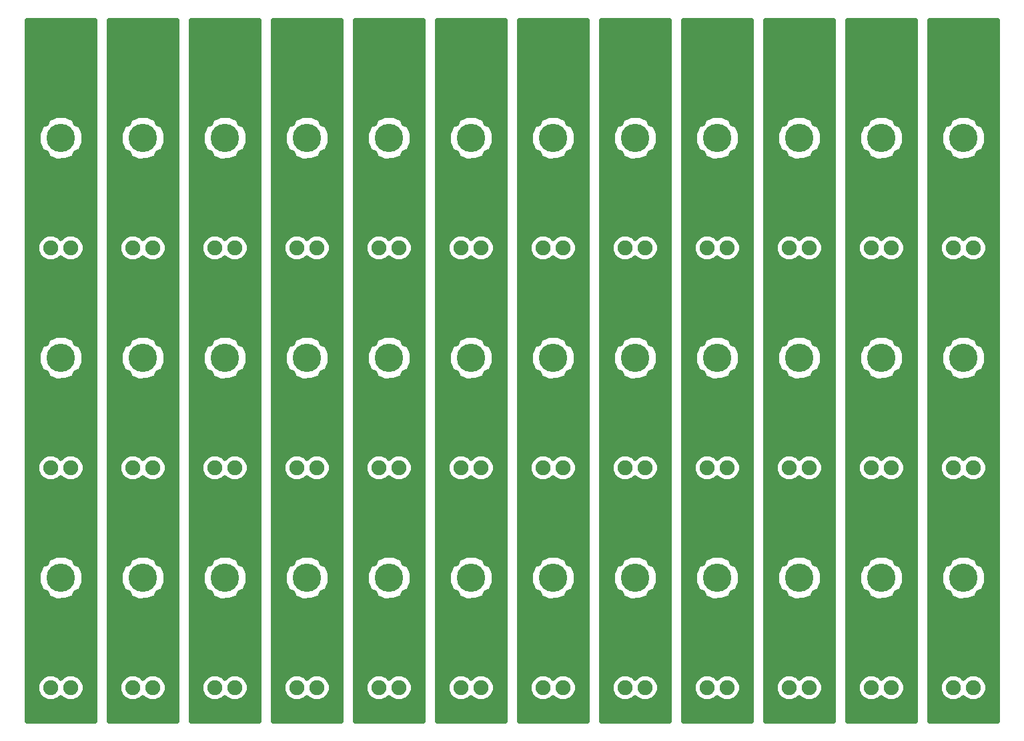
<source format=gbl>
%FSLAX34Y34*%
G04 Gerber Fmt 3.4, Leading zero omitted, Abs format*
G04 (created by PCBNEW (2014-04-22 BZR 4817)-product) date Mon 08 Sep 2014 03:11:33 PM CDT*
%MOIN*%
G01*
G70*
G90*
G04 APERTURE LIST*
%ADD10C,0.005000*%
%ADD11C,0.141732*%
%ADD12C,0.074803*%
%ADD13C,0.020000*%
G04 APERTURE END LIST*
G54D10*
G54D11*
X155600Y-58500D03*
X155600Y-47500D03*
X155600Y-36500D03*
X147400Y-58500D03*
X147400Y-47500D03*
X147400Y-36500D03*
X143300Y-58500D03*
X143300Y-47500D03*
X143300Y-36500D03*
X126900Y-36500D03*
X126900Y-47500D03*
X126900Y-58500D03*
X131000Y-58500D03*
X131000Y-47500D03*
X131000Y-36500D03*
X139200Y-36500D03*
X139200Y-47500D03*
X139200Y-58500D03*
X135100Y-58500D03*
X135100Y-47500D03*
X135100Y-36500D03*
X118700Y-36500D03*
X118700Y-47500D03*
X118700Y-58500D03*
X122800Y-58500D03*
X122800Y-47500D03*
X122800Y-36500D03*
X114600Y-36500D03*
X114600Y-47500D03*
X114600Y-58500D03*
X151500Y-36500D03*
X151500Y-47500D03*
X151500Y-58500D03*
X110500Y-58500D03*
X110500Y-47500D03*
X110500Y-36500D03*
G54D12*
X110000Y-42000D03*
X111000Y-42000D03*
X110000Y-53000D03*
X111000Y-53000D03*
X110000Y-64000D03*
X111000Y-64000D03*
X151000Y-64000D03*
X152000Y-64000D03*
X151000Y-53000D03*
X152000Y-53000D03*
X151000Y-42000D03*
X152000Y-42000D03*
X114100Y-64000D03*
X115100Y-64000D03*
X114100Y-53000D03*
X115100Y-53000D03*
X114100Y-42000D03*
X115100Y-42000D03*
X122300Y-42000D03*
X123300Y-42000D03*
X122300Y-53000D03*
X123300Y-53000D03*
X122300Y-64000D03*
X123300Y-64000D03*
X118200Y-64000D03*
X119200Y-64000D03*
X118200Y-53000D03*
X119200Y-53000D03*
X118200Y-42000D03*
X119200Y-42000D03*
X134600Y-42000D03*
X135600Y-42000D03*
X134600Y-53000D03*
X135600Y-53000D03*
X134600Y-64000D03*
X135600Y-64000D03*
X138700Y-64000D03*
X139700Y-64000D03*
X138700Y-53000D03*
X139700Y-53000D03*
X138700Y-42000D03*
X139700Y-42000D03*
X130500Y-42000D03*
X131500Y-42000D03*
X130500Y-53000D03*
X131500Y-53000D03*
X130500Y-64000D03*
X131500Y-64000D03*
X126400Y-64000D03*
X127400Y-64000D03*
X126400Y-53000D03*
X127400Y-53000D03*
X126400Y-42000D03*
X127400Y-42000D03*
X142800Y-42000D03*
X143800Y-42000D03*
X142800Y-53000D03*
X143800Y-53000D03*
X142800Y-64000D03*
X143800Y-64000D03*
X146900Y-42000D03*
X147900Y-42000D03*
X146900Y-53000D03*
X147900Y-53000D03*
X146900Y-64000D03*
X147900Y-64000D03*
X155100Y-42000D03*
X156100Y-42000D03*
X155100Y-53000D03*
X156100Y-53000D03*
X155100Y-64000D03*
X156100Y-64000D03*
G54D10*
G36*
X112225Y-65675D02*
X111674Y-65675D01*
X111674Y-63866D01*
X111674Y-52866D01*
X111674Y-41866D01*
X111609Y-41710D01*
X111609Y-36715D01*
X111607Y-36273D01*
X111442Y-35876D01*
X111263Y-35807D01*
X111248Y-35822D01*
X111177Y-35751D01*
X111192Y-35736D01*
X111123Y-35557D01*
X110715Y-35390D01*
X110273Y-35392D01*
X109876Y-35557D01*
X109807Y-35736D01*
X109822Y-35751D01*
X109751Y-35822D01*
X109736Y-35807D01*
X109557Y-35876D01*
X109390Y-36284D01*
X109392Y-36726D01*
X109557Y-37123D01*
X109736Y-37192D01*
X109751Y-37177D01*
X109822Y-37248D01*
X109807Y-37263D01*
X109876Y-37442D01*
X110284Y-37609D01*
X110726Y-37607D01*
X111123Y-37442D01*
X111192Y-37263D01*
X111177Y-37248D01*
X111248Y-37177D01*
X111263Y-37192D01*
X111442Y-37123D01*
X111609Y-36715D01*
X111609Y-41710D01*
X111571Y-41618D01*
X111382Y-41428D01*
X111134Y-41326D01*
X110866Y-41325D01*
X110618Y-41428D01*
X110499Y-41546D01*
X110382Y-41428D01*
X110134Y-41326D01*
X109866Y-41325D01*
X109618Y-41428D01*
X109428Y-41617D01*
X109326Y-41865D01*
X109325Y-42133D01*
X109428Y-42381D01*
X109617Y-42571D01*
X109865Y-42673D01*
X110133Y-42674D01*
X110381Y-42571D01*
X110500Y-42453D01*
X110617Y-42571D01*
X110865Y-42673D01*
X111133Y-42674D01*
X111381Y-42571D01*
X111571Y-42382D01*
X111673Y-42134D01*
X111674Y-41866D01*
X111674Y-52866D01*
X111609Y-52710D01*
X111609Y-47715D01*
X111607Y-47273D01*
X111442Y-46876D01*
X111263Y-46807D01*
X111248Y-46822D01*
X111177Y-46751D01*
X111192Y-46736D01*
X111123Y-46557D01*
X110715Y-46390D01*
X110273Y-46392D01*
X109876Y-46557D01*
X109807Y-46736D01*
X109822Y-46751D01*
X109751Y-46822D01*
X109736Y-46807D01*
X109557Y-46876D01*
X109390Y-47284D01*
X109392Y-47726D01*
X109557Y-48123D01*
X109736Y-48192D01*
X109751Y-48177D01*
X109822Y-48248D01*
X109807Y-48263D01*
X109876Y-48442D01*
X110284Y-48609D01*
X110726Y-48607D01*
X111123Y-48442D01*
X111192Y-48263D01*
X111177Y-48248D01*
X111248Y-48177D01*
X111263Y-48192D01*
X111442Y-48123D01*
X111609Y-47715D01*
X111609Y-52710D01*
X111571Y-52618D01*
X111382Y-52428D01*
X111134Y-52326D01*
X110866Y-52325D01*
X110618Y-52428D01*
X110499Y-52546D01*
X110382Y-52428D01*
X110134Y-52326D01*
X109866Y-52325D01*
X109618Y-52428D01*
X109428Y-52617D01*
X109326Y-52865D01*
X109325Y-53133D01*
X109428Y-53381D01*
X109617Y-53571D01*
X109865Y-53673D01*
X110133Y-53674D01*
X110381Y-53571D01*
X110500Y-53453D01*
X110617Y-53571D01*
X110865Y-53673D01*
X111133Y-53674D01*
X111381Y-53571D01*
X111571Y-53382D01*
X111673Y-53134D01*
X111674Y-52866D01*
X111674Y-63866D01*
X111609Y-63710D01*
X111609Y-58715D01*
X111607Y-58273D01*
X111442Y-57876D01*
X111263Y-57807D01*
X111248Y-57822D01*
X111177Y-57751D01*
X111192Y-57736D01*
X111123Y-57557D01*
X110715Y-57390D01*
X110273Y-57392D01*
X109876Y-57557D01*
X109807Y-57736D01*
X109822Y-57751D01*
X109751Y-57822D01*
X109736Y-57807D01*
X109557Y-57876D01*
X109390Y-58284D01*
X109392Y-58726D01*
X109557Y-59123D01*
X109736Y-59192D01*
X109751Y-59177D01*
X109822Y-59248D01*
X109807Y-59263D01*
X109876Y-59442D01*
X110284Y-59609D01*
X110726Y-59607D01*
X111123Y-59442D01*
X111192Y-59263D01*
X111177Y-59248D01*
X111248Y-59177D01*
X111263Y-59192D01*
X111442Y-59123D01*
X111609Y-58715D01*
X111609Y-63710D01*
X111571Y-63618D01*
X111382Y-63428D01*
X111134Y-63326D01*
X110866Y-63325D01*
X110618Y-63428D01*
X110499Y-63546D01*
X110382Y-63428D01*
X110134Y-63326D01*
X109866Y-63325D01*
X109618Y-63428D01*
X109428Y-63617D01*
X109326Y-63865D01*
X109325Y-64133D01*
X109428Y-64381D01*
X109617Y-64571D01*
X109865Y-64673D01*
X110133Y-64674D01*
X110381Y-64571D01*
X110500Y-64453D01*
X110617Y-64571D01*
X110865Y-64673D01*
X111133Y-64674D01*
X111381Y-64571D01*
X111571Y-64382D01*
X111673Y-64134D01*
X111674Y-63866D01*
X111674Y-65675D01*
X108775Y-65675D01*
X108775Y-30575D01*
X112225Y-30575D01*
X112225Y-65675D01*
X112225Y-65675D01*
G37*
G54D13*
X112225Y-65675D02*
X111674Y-65675D01*
X111674Y-63866D01*
X111674Y-52866D01*
X111674Y-41866D01*
X111609Y-41710D01*
X111609Y-36715D01*
X111607Y-36273D01*
X111442Y-35876D01*
X111263Y-35807D01*
X111248Y-35822D01*
X111177Y-35751D01*
X111192Y-35736D01*
X111123Y-35557D01*
X110715Y-35390D01*
X110273Y-35392D01*
X109876Y-35557D01*
X109807Y-35736D01*
X109822Y-35751D01*
X109751Y-35822D01*
X109736Y-35807D01*
X109557Y-35876D01*
X109390Y-36284D01*
X109392Y-36726D01*
X109557Y-37123D01*
X109736Y-37192D01*
X109751Y-37177D01*
X109822Y-37248D01*
X109807Y-37263D01*
X109876Y-37442D01*
X110284Y-37609D01*
X110726Y-37607D01*
X111123Y-37442D01*
X111192Y-37263D01*
X111177Y-37248D01*
X111248Y-37177D01*
X111263Y-37192D01*
X111442Y-37123D01*
X111609Y-36715D01*
X111609Y-41710D01*
X111571Y-41618D01*
X111382Y-41428D01*
X111134Y-41326D01*
X110866Y-41325D01*
X110618Y-41428D01*
X110499Y-41546D01*
X110382Y-41428D01*
X110134Y-41326D01*
X109866Y-41325D01*
X109618Y-41428D01*
X109428Y-41617D01*
X109326Y-41865D01*
X109325Y-42133D01*
X109428Y-42381D01*
X109617Y-42571D01*
X109865Y-42673D01*
X110133Y-42674D01*
X110381Y-42571D01*
X110500Y-42453D01*
X110617Y-42571D01*
X110865Y-42673D01*
X111133Y-42674D01*
X111381Y-42571D01*
X111571Y-42382D01*
X111673Y-42134D01*
X111674Y-41866D01*
X111674Y-52866D01*
X111609Y-52710D01*
X111609Y-47715D01*
X111607Y-47273D01*
X111442Y-46876D01*
X111263Y-46807D01*
X111248Y-46822D01*
X111177Y-46751D01*
X111192Y-46736D01*
X111123Y-46557D01*
X110715Y-46390D01*
X110273Y-46392D01*
X109876Y-46557D01*
X109807Y-46736D01*
X109822Y-46751D01*
X109751Y-46822D01*
X109736Y-46807D01*
X109557Y-46876D01*
X109390Y-47284D01*
X109392Y-47726D01*
X109557Y-48123D01*
X109736Y-48192D01*
X109751Y-48177D01*
X109822Y-48248D01*
X109807Y-48263D01*
X109876Y-48442D01*
X110284Y-48609D01*
X110726Y-48607D01*
X111123Y-48442D01*
X111192Y-48263D01*
X111177Y-48248D01*
X111248Y-48177D01*
X111263Y-48192D01*
X111442Y-48123D01*
X111609Y-47715D01*
X111609Y-52710D01*
X111571Y-52618D01*
X111382Y-52428D01*
X111134Y-52326D01*
X110866Y-52325D01*
X110618Y-52428D01*
X110499Y-52546D01*
X110382Y-52428D01*
X110134Y-52326D01*
X109866Y-52325D01*
X109618Y-52428D01*
X109428Y-52617D01*
X109326Y-52865D01*
X109325Y-53133D01*
X109428Y-53381D01*
X109617Y-53571D01*
X109865Y-53673D01*
X110133Y-53674D01*
X110381Y-53571D01*
X110500Y-53453D01*
X110617Y-53571D01*
X110865Y-53673D01*
X111133Y-53674D01*
X111381Y-53571D01*
X111571Y-53382D01*
X111673Y-53134D01*
X111674Y-52866D01*
X111674Y-63866D01*
X111609Y-63710D01*
X111609Y-58715D01*
X111607Y-58273D01*
X111442Y-57876D01*
X111263Y-57807D01*
X111248Y-57822D01*
X111177Y-57751D01*
X111192Y-57736D01*
X111123Y-57557D01*
X110715Y-57390D01*
X110273Y-57392D01*
X109876Y-57557D01*
X109807Y-57736D01*
X109822Y-57751D01*
X109751Y-57822D01*
X109736Y-57807D01*
X109557Y-57876D01*
X109390Y-58284D01*
X109392Y-58726D01*
X109557Y-59123D01*
X109736Y-59192D01*
X109751Y-59177D01*
X109822Y-59248D01*
X109807Y-59263D01*
X109876Y-59442D01*
X110284Y-59609D01*
X110726Y-59607D01*
X111123Y-59442D01*
X111192Y-59263D01*
X111177Y-59248D01*
X111248Y-59177D01*
X111263Y-59192D01*
X111442Y-59123D01*
X111609Y-58715D01*
X111609Y-63710D01*
X111571Y-63618D01*
X111382Y-63428D01*
X111134Y-63326D01*
X110866Y-63325D01*
X110618Y-63428D01*
X110499Y-63546D01*
X110382Y-63428D01*
X110134Y-63326D01*
X109866Y-63325D01*
X109618Y-63428D01*
X109428Y-63617D01*
X109326Y-63865D01*
X109325Y-64133D01*
X109428Y-64381D01*
X109617Y-64571D01*
X109865Y-64673D01*
X110133Y-64674D01*
X110381Y-64571D01*
X110500Y-64453D01*
X110617Y-64571D01*
X110865Y-64673D01*
X111133Y-64674D01*
X111381Y-64571D01*
X111571Y-64382D01*
X111673Y-64134D01*
X111674Y-63866D01*
X111674Y-65675D01*
X108775Y-65675D01*
X108775Y-30575D01*
X112225Y-30575D01*
X112225Y-65675D01*
G54D10*
G36*
X153225Y-65675D02*
X152674Y-65675D01*
X152674Y-63866D01*
X152674Y-52866D01*
X152674Y-41866D01*
X152609Y-41710D01*
X152609Y-36715D01*
X152607Y-36273D01*
X152442Y-35876D01*
X152263Y-35807D01*
X152248Y-35822D01*
X152177Y-35751D01*
X152192Y-35736D01*
X152123Y-35557D01*
X151715Y-35390D01*
X151273Y-35392D01*
X150876Y-35557D01*
X150807Y-35736D01*
X150822Y-35751D01*
X150751Y-35822D01*
X150736Y-35807D01*
X150557Y-35876D01*
X150390Y-36284D01*
X150392Y-36726D01*
X150557Y-37123D01*
X150736Y-37192D01*
X150751Y-37177D01*
X150822Y-37248D01*
X150807Y-37263D01*
X150876Y-37442D01*
X151284Y-37609D01*
X151726Y-37607D01*
X152123Y-37442D01*
X152192Y-37263D01*
X152177Y-37248D01*
X152248Y-37177D01*
X152263Y-37192D01*
X152442Y-37123D01*
X152609Y-36715D01*
X152609Y-41710D01*
X152571Y-41618D01*
X152382Y-41428D01*
X152134Y-41326D01*
X151866Y-41325D01*
X151618Y-41428D01*
X151499Y-41546D01*
X151382Y-41428D01*
X151134Y-41326D01*
X150866Y-41325D01*
X150618Y-41428D01*
X150428Y-41617D01*
X150326Y-41865D01*
X150325Y-42133D01*
X150428Y-42381D01*
X150617Y-42571D01*
X150865Y-42673D01*
X151133Y-42674D01*
X151381Y-42571D01*
X151500Y-42453D01*
X151617Y-42571D01*
X151865Y-42673D01*
X152133Y-42674D01*
X152381Y-42571D01*
X152571Y-42382D01*
X152673Y-42134D01*
X152674Y-41866D01*
X152674Y-52866D01*
X152609Y-52710D01*
X152609Y-47715D01*
X152607Y-47273D01*
X152442Y-46876D01*
X152263Y-46807D01*
X152248Y-46822D01*
X152177Y-46751D01*
X152192Y-46736D01*
X152123Y-46557D01*
X151715Y-46390D01*
X151273Y-46392D01*
X150876Y-46557D01*
X150807Y-46736D01*
X150822Y-46751D01*
X150751Y-46822D01*
X150736Y-46807D01*
X150557Y-46876D01*
X150390Y-47284D01*
X150392Y-47726D01*
X150557Y-48123D01*
X150736Y-48192D01*
X150751Y-48177D01*
X150822Y-48248D01*
X150807Y-48263D01*
X150876Y-48442D01*
X151284Y-48609D01*
X151726Y-48607D01*
X152123Y-48442D01*
X152192Y-48263D01*
X152177Y-48248D01*
X152248Y-48177D01*
X152263Y-48192D01*
X152442Y-48123D01*
X152609Y-47715D01*
X152609Y-52710D01*
X152571Y-52618D01*
X152382Y-52428D01*
X152134Y-52326D01*
X151866Y-52325D01*
X151618Y-52428D01*
X151499Y-52546D01*
X151382Y-52428D01*
X151134Y-52326D01*
X150866Y-52325D01*
X150618Y-52428D01*
X150428Y-52617D01*
X150326Y-52865D01*
X150325Y-53133D01*
X150428Y-53381D01*
X150617Y-53571D01*
X150865Y-53673D01*
X151133Y-53674D01*
X151381Y-53571D01*
X151500Y-53453D01*
X151617Y-53571D01*
X151865Y-53673D01*
X152133Y-53674D01*
X152381Y-53571D01*
X152571Y-53382D01*
X152673Y-53134D01*
X152674Y-52866D01*
X152674Y-63866D01*
X152609Y-63710D01*
X152609Y-58715D01*
X152607Y-58273D01*
X152442Y-57876D01*
X152263Y-57807D01*
X152248Y-57822D01*
X152177Y-57751D01*
X152192Y-57736D01*
X152123Y-57557D01*
X151715Y-57390D01*
X151273Y-57392D01*
X150876Y-57557D01*
X150807Y-57736D01*
X150822Y-57751D01*
X150751Y-57822D01*
X150736Y-57807D01*
X150557Y-57876D01*
X150390Y-58284D01*
X150392Y-58726D01*
X150557Y-59123D01*
X150736Y-59192D01*
X150751Y-59177D01*
X150822Y-59248D01*
X150807Y-59263D01*
X150876Y-59442D01*
X151284Y-59609D01*
X151726Y-59607D01*
X152123Y-59442D01*
X152192Y-59263D01*
X152177Y-59248D01*
X152248Y-59177D01*
X152263Y-59192D01*
X152442Y-59123D01*
X152609Y-58715D01*
X152609Y-63710D01*
X152571Y-63618D01*
X152382Y-63428D01*
X152134Y-63326D01*
X151866Y-63325D01*
X151618Y-63428D01*
X151499Y-63546D01*
X151382Y-63428D01*
X151134Y-63326D01*
X150866Y-63325D01*
X150618Y-63428D01*
X150428Y-63617D01*
X150326Y-63865D01*
X150325Y-64133D01*
X150428Y-64381D01*
X150617Y-64571D01*
X150865Y-64673D01*
X151133Y-64674D01*
X151381Y-64571D01*
X151500Y-64453D01*
X151617Y-64571D01*
X151865Y-64673D01*
X152133Y-64674D01*
X152381Y-64571D01*
X152571Y-64382D01*
X152673Y-64134D01*
X152674Y-63866D01*
X152674Y-65675D01*
X149775Y-65675D01*
X149775Y-30575D01*
X153225Y-30575D01*
X153225Y-65675D01*
X153225Y-65675D01*
G37*
G54D13*
X153225Y-65675D02*
X152674Y-65675D01*
X152674Y-63866D01*
X152674Y-52866D01*
X152674Y-41866D01*
X152609Y-41710D01*
X152609Y-36715D01*
X152607Y-36273D01*
X152442Y-35876D01*
X152263Y-35807D01*
X152248Y-35822D01*
X152177Y-35751D01*
X152192Y-35736D01*
X152123Y-35557D01*
X151715Y-35390D01*
X151273Y-35392D01*
X150876Y-35557D01*
X150807Y-35736D01*
X150822Y-35751D01*
X150751Y-35822D01*
X150736Y-35807D01*
X150557Y-35876D01*
X150390Y-36284D01*
X150392Y-36726D01*
X150557Y-37123D01*
X150736Y-37192D01*
X150751Y-37177D01*
X150822Y-37248D01*
X150807Y-37263D01*
X150876Y-37442D01*
X151284Y-37609D01*
X151726Y-37607D01*
X152123Y-37442D01*
X152192Y-37263D01*
X152177Y-37248D01*
X152248Y-37177D01*
X152263Y-37192D01*
X152442Y-37123D01*
X152609Y-36715D01*
X152609Y-41710D01*
X152571Y-41618D01*
X152382Y-41428D01*
X152134Y-41326D01*
X151866Y-41325D01*
X151618Y-41428D01*
X151499Y-41546D01*
X151382Y-41428D01*
X151134Y-41326D01*
X150866Y-41325D01*
X150618Y-41428D01*
X150428Y-41617D01*
X150326Y-41865D01*
X150325Y-42133D01*
X150428Y-42381D01*
X150617Y-42571D01*
X150865Y-42673D01*
X151133Y-42674D01*
X151381Y-42571D01*
X151500Y-42453D01*
X151617Y-42571D01*
X151865Y-42673D01*
X152133Y-42674D01*
X152381Y-42571D01*
X152571Y-42382D01*
X152673Y-42134D01*
X152674Y-41866D01*
X152674Y-52866D01*
X152609Y-52710D01*
X152609Y-47715D01*
X152607Y-47273D01*
X152442Y-46876D01*
X152263Y-46807D01*
X152248Y-46822D01*
X152177Y-46751D01*
X152192Y-46736D01*
X152123Y-46557D01*
X151715Y-46390D01*
X151273Y-46392D01*
X150876Y-46557D01*
X150807Y-46736D01*
X150822Y-46751D01*
X150751Y-46822D01*
X150736Y-46807D01*
X150557Y-46876D01*
X150390Y-47284D01*
X150392Y-47726D01*
X150557Y-48123D01*
X150736Y-48192D01*
X150751Y-48177D01*
X150822Y-48248D01*
X150807Y-48263D01*
X150876Y-48442D01*
X151284Y-48609D01*
X151726Y-48607D01*
X152123Y-48442D01*
X152192Y-48263D01*
X152177Y-48248D01*
X152248Y-48177D01*
X152263Y-48192D01*
X152442Y-48123D01*
X152609Y-47715D01*
X152609Y-52710D01*
X152571Y-52618D01*
X152382Y-52428D01*
X152134Y-52326D01*
X151866Y-52325D01*
X151618Y-52428D01*
X151499Y-52546D01*
X151382Y-52428D01*
X151134Y-52326D01*
X150866Y-52325D01*
X150618Y-52428D01*
X150428Y-52617D01*
X150326Y-52865D01*
X150325Y-53133D01*
X150428Y-53381D01*
X150617Y-53571D01*
X150865Y-53673D01*
X151133Y-53674D01*
X151381Y-53571D01*
X151500Y-53453D01*
X151617Y-53571D01*
X151865Y-53673D01*
X152133Y-53674D01*
X152381Y-53571D01*
X152571Y-53382D01*
X152673Y-53134D01*
X152674Y-52866D01*
X152674Y-63866D01*
X152609Y-63710D01*
X152609Y-58715D01*
X152607Y-58273D01*
X152442Y-57876D01*
X152263Y-57807D01*
X152248Y-57822D01*
X152177Y-57751D01*
X152192Y-57736D01*
X152123Y-57557D01*
X151715Y-57390D01*
X151273Y-57392D01*
X150876Y-57557D01*
X150807Y-57736D01*
X150822Y-57751D01*
X150751Y-57822D01*
X150736Y-57807D01*
X150557Y-57876D01*
X150390Y-58284D01*
X150392Y-58726D01*
X150557Y-59123D01*
X150736Y-59192D01*
X150751Y-59177D01*
X150822Y-59248D01*
X150807Y-59263D01*
X150876Y-59442D01*
X151284Y-59609D01*
X151726Y-59607D01*
X152123Y-59442D01*
X152192Y-59263D01*
X152177Y-59248D01*
X152248Y-59177D01*
X152263Y-59192D01*
X152442Y-59123D01*
X152609Y-58715D01*
X152609Y-63710D01*
X152571Y-63618D01*
X152382Y-63428D01*
X152134Y-63326D01*
X151866Y-63325D01*
X151618Y-63428D01*
X151499Y-63546D01*
X151382Y-63428D01*
X151134Y-63326D01*
X150866Y-63325D01*
X150618Y-63428D01*
X150428Y-63617D01*
X150326Y-63865D01*
X150325Y-64133D01*
X150428Y-64381D01*
X150617Y-64571D01*
X150865Y-64673D01*
X151133Y-64674D01*
X151381Y-64571D01*
X151500Y-64453D01*
X151617Y-64571D01*
X151865Y-64673D01*
X152133Y-64674D01*
X152381Y-64571D01*
X152571Y-64382D01*
X152673Y-64134D01*
X152674Y-63866D01*
X152674Y-65675D01*
X149775Y-65675D01*
X149775Y-30575D01*
X153225Y-30575D01*
X153225Y-65675D01*
G54D10*
G36*
X116325Y-65675D02*
X115774Y-65675D01*
X115774Y-63866D01*
X115774Y-52866D01*
X115774Y-41866D01*
X115709Y-41710D01*
X115709Y-36715D01*
X115707Y-36273D01*
X115542Y-35876D01*
X115363Y-35807D01*
X115348Y-35822D01*
X115277Y-35751D01*
X115292Y-35736D01*
X115223Y-35557D01*
X114815Y-35390D01*
X114373Y-35392D01*
X113976Y-35557D01*
X113907Y-35736D01*
X113922Y-35751D01*
X113851Y-35822D01*
X113836Y-35807D01*
X113657Y-35876D01*
X113490Y-36284D01*
X113492Y-36726D01*
X113657Y-37123D01*
X113836Y-37192D01*
X113851Y-37177D01*
X113922Y-37248D01*
X113907Y-37263D01*
X113976Y-37442D01*
X114384Y-37609D01*
X114826Y-37607D01*
X115223Y-37442D01*
X115292Y-37263D01*
X115277Y-37248D01*
X115348Y-37177D01*
X115363Y-37192D01*
X115542Y-37123D01*
X115709Y-36715D01*
X115709Y-41710D01*
X115671Y-41618D01*
X115482Y-41428D01*
X115234Y-41326D01*
X114966Y-41325D01*
X114718Y-41428D01*
X114599Y-41546D01*
X114482Y-41428D01*
X114234Y-41326D01*
X113966Y-41325D01*
X113718Y-41428D01*
X113528Y-41617D01*
X113426Y-41865D01*
X113425Y-42133D01*
X113528Y-42381D01*
X113717Y-42571D01*
X113965Y-42673D01*
X114233Y-42674D01*
X114481Y-42571D01*
X114600Y-42453D01*
X114717Y-42571D01*
X114965Y-42673D01*
X115233Y-42674D01*
X115481Y-42571D01*
X115671Y-42382D01*
X115773Y-42134D01*
X115774Y-41866D01*
X115774Y-52866D01*
X115709Y-52710D01*
X115709Y-47715D01*
X115707Y-47273D01*
X115542Y-46876D01*
X115363Y-46807D01*
X115348Y-46822D01*
X115277Y-46751D01*
X115292Y-46736D01*
X115223Y-46557D01*
X114815Y-46390D01*
X114373Y-46392D01*
X113976Y-46557D01*
X113907Y-46736D01*
X113922Y-46751D01*
X113851Y-46822D01*
X113836Y-46807D01*
X113657Y-46876D01*
X113490Y-47284D01*
X113492Y-47726D01*
X113657Y-48123D01*
X113836Y-48192D01*
X113851Y-48177D01*
X113922Y-48248D01*
X113907Y-48263D01*
X113976Y-48442D01*
X114384Y-48609D01*
X114826Y-48607D01*
X115223Y-48442D01*
X115292Y-48263D01*
X115277Y-48248D01*
X115348Y-48177D01*
X115363Y-48192D01*
X115542Y-48123D01*
X115709Y-47715D01*
X115709Y-52710D01*
X115671Y-52618D01*
X115482Y-52428D01*
X115234Y-52326D01*
X114966Y-52325D01*
X114718Y-52428D01*
X114599Y-52546D01*
X114482Y-52428D01*
X114234Y-52326D01*
X113966Y-52325D01*
X113718Y-52428D01*
X113528Y-52617D01*
X113426Y-52865D01*
X113425Y-53133D01*
X113528Y-53381D01*
X113717Y-53571D01*
X113965Y-53673D01*
X114233Y-53674D01*
X114481Y-53571D01*
X114600Y-53453D01*
X114717Y-53571D01*
X114965Y-53673D01*
X115233Y-53674D01*
X115481Y-53571D01*
X115671Y-53382D01*
X115773Y-53134D01*
X115774Y-52866D01*
X115774Y-63866D01*
X115709Y-63710D01*
X115709Y-58715D01*
X115707Y-58273D01*
X115542Y-57876D01*
X115363Y-57807D01*
X115348Y-57822D01*
X115277Y-57751D01*
X115292Y-57736D01*
X115223Y-57557D01*
X114815Y-57390D01*
X114373Y-57392D01*
X113976Y-57557D01*
X113907Y-57736D01*
X113922Y-57751D01*
X113851Y-57822D01*
X113836Y-57807D01*
X113657Y-57876D01*
X113490Y-58284D01*
X113492Y-58726D01*
X113657Y-59123D01*
X113836Y-59192D01*
X113851Y-59177D01*
X113922Y-59248D01*
X113907Y-59263D01*
X113976Y-59442D01*
X114384Y-59609D01*
X114826Y-59607D01*
X115223Y-59442D01*
X115292Y-59263D01*
X115277Y-59248D01*
X115348Y-59177D01*
X115363Y-59192D01*
X115542Y-59123D01*
X115709Y-58715D01*
X115709Y-63710D01*
X115671Y-63618D01*
X115482Y-63428D01*
X115234Y-63326D01*
X114966Y-63325D01*
X114718Y-63428D01*
X114599Y-63546D01*
X114482Y-63428D01*
X114234Y-63326D01*
X113966Y-63325D01*
X113718Y-63428D01*
X113528Y-63617D01*
X113426Y-63865D01*
X113425Y-64133D01*
X113528Y-64381D01*
X113717Y-64571D01*
X113965Y-64673D01*
X114233Y-64674D01*
X114481Y-64571D01*
X114600Y-64453D01*
X114717Y-64571D01*
X114965Y-64673D01*
X115233Y-64674D01*
X115481Y-64571D01*
X115671Y-64382D01*
X115773Y-64134D01*
X115774Y-63866D01*
X115774Y-65675D01*
X112875Y-65675D01*
X112875Y-30575D01*
X116325Y-30575D01*
X116325Y-65675D01*
X116325Y-65675D01*
G37*
G54D13*
X116325Y-65675D02*
X115774Y-65675D01*
X115774Y-63866D01*
X115774Y-52866D01*
X115774Y-41866D01*
X115709Y-41710D01*
X115709Y-36715D01*
X115707Y-36273D01*
X115542Y-35876D01*
X115363Y-35807D01*
X115348Y-35822D01*
X115277Y-35751D01*
X115292Y-35736D01*
X115223Y-35557D01*
X114815Y-35390D01*
X114373Y-35392D01*
X113976Y-35557D01*
X113907Y-35736D01*
X113922Y-35751D01*
X113851Y-35822D01*
X113836Y-35807D01*
X113657Y-35876D01*
X113490Y-36284D01*
X113492Y-36726D01*
X113657Y-37123D01*
X113836Y-37192D01*
X113851Y-37177D01*
X113922Y-37248D01*
X113907Y-37263D01*
X113976Y-37442D01*
X114384Y-37609D01*
X114826Y-37607D01*
X115223Y-37442D01*
X115292Y-37263D01*
X115277Y-37248D01*
X115348Y-37177D01*
X115363Y-37192D01*
X115542Y-37123D01*
X115709Y-36715D01*
X115709Y-41710D01*
X115671Y-41618D01*
X115482Y-41428D01*
X115234Y-41326D01*
X114966Y-41325D01*
X114718Y-41428D01*
X114599Y-41546D01*
X114482Y-41428D01*
X114234Y-41326D01*
X113966Y-41325D01*
X113718Y-41428D01*
X113528Y-41617D01*
X113426Y-41865D01*
X113425Y-42133D01*
X113528Y-42381D01*
X113717Y-42571D01*
X113965Y-42673D01*
X114233Y-42674D01*
X114481Y-42571D01*
X114600Y-42453D01*
X114717Y-42571D01*
X114965Y-42673D01*
X115233Y-42674D01*
X115481Y-42571D01*
X115671Y-42382D01*
X115773Y-42134D01*
X115774Y-41866D01*
X115774Y-52866D01*
X115709Y-52710D01*
X115709Y-47715D01*
X115707Y-47273D01*
X115542Y-46876D01*
X115363Y-46807D01*
X115348Y-46822D01*
X115277Y-46751D01*
X115292Y-46736D01*
X115223Y-46557D01*
X114815Y-46390D01*
X114373Y-46392D01*
X113976Y-46557D01*
X113907Y-46736D01*
X113922Y-46751D01*
X113851Y-46822D01*
X113836Y-46807D01*
X113657Y-46876D01*
X113490Y-47284D01*
X113492Y-47726D01*
X113657Y-48123D01*
X113836Y-48192D01*
X113851Y-48177D01*
X113922Y-48248D01*
X113907Y-48263D01*
X113976Y-48442D01*
X114384Y-48609D01*
X114826Y-48607D01*
X115223Y-48442D01*
X115292Y-48263D01*
X115277Y-48248D01*
X115348Y-48177D01*
X115363Y-48192D01*
X115542Y-48123D01*
X115709Y-47715D01*
X115709Y-52710D01*
X115671Y-52618D01*
X115482Y-52428D01*
X115234Y-52326D01*
X114966Y-52325D01*
X114718Y-52428D01*
X114599Y-52546D01*
X114482Y-52428D01*
X114234Y-52326D01*
X113966Y-52325D01*
X113718Y-52428D01*
X113528Y-52617D01*
X113426Y-52865D01*
X113425Y-53133D01*
X113528Y-53381D01*
X113717Y-53571D01*
X113965Y-53673D01*
X114233Y-53674D01*
X114481Y-53571D01*
X114600Y-53453D01*
X114717Y-53571D01*
X114965Y-53673D01*
X115233Y-53674D01*
X115481Y-53571D01*
X115671Y-53382D01*
X115773Y-53134D01*
X115774Y-52866D01*
X115774Y-63866D01*
X115709Y-63710D01*
X115709Y-58715D01*
X115707Y-58273D01*
X115542Y-57876D01*
X115363Y-57807D01*
X115348Y-57822D01*
X115277Y-57751D01*
X115292Y-57736D01*
X115223Y-57557D01*
X114815Y-57390D01*
X114373Y-57392D01*
X113976Y-57557D01*
X113907Y-57736D01*
X113922Y-57751D01*
X113851Y-57822D01*
X113836Y-57807D01*
X113657Y-57876D01*
X113490Y-58284D01*
X113492Y-58726D01*
X113657Y-59123D01*
X113836Y-59192D01*
X113851Y-59177D01*
X113922Y-59248D01*
X113907Y-59263D01*
X113976Y-59442D01*
X114384Y-59609D01*
X114826Y-59607D01*
X115223Y-59442D01*
X115292Y-59263D01*
X115277Y-59248D01*
X115348Y-59177D01*
X115363Y-59192D01*
X115542Y-59123D01*
X115709Y-58715D01*
X115709Y-63710D01*
X115671Y-63618D01*
X115482Y-63428D01*
X115234Y-63326D01*
X114966Y-63325D01*
X114718Y-63428D01*
X114599Y-63546D01*
X114482Y-63428D01*
X114234Y-63326D01*
X113966Y-63325D01*
X113718Y-63428D01*
X113528Y-63617D01*
X113426Y-63865D01*
X113425Y-64133D01*
X113528Y-64381D01*
X113717Y-64571D01*
X113965Y-64673D01*
X114233Y-64674D01*
X114481Y-64571D01*
X114600Y-64453D01*
X114717Y-64571D01*
X114965Y-64673D01*
X115233Y-64674D01*
X115481Y-64571D01*
X115671Y-64382D01*
X115773Y-64134D01*
X115774Y-63866D01*
X115774Y-65675D01*
X112875Y-65675D01*
X112875Y-30575D01*
X116325Y-30575D01*
X116325Y-65675D01*
G54D10*
G36*
X120425Y-65675D02*
X119874Y-65675D01*
X119874Y-63866D01*
X119874Y-52866D01*
X119874Y-41866D01*
X119809Y-41710D01*
X119809Y-36715D01*
X119807Y-36273D01*
X119642Y-35876D01*
X119463Y-35807D01*
X119448Y-35822D01*
X119377Y-35751D01*
X119392Y-35736D01*
X119323Y-35557D01*
X118915Y-35390D01*
X118473Y-35392D01*
X118076Y-35557D01*
X118007Y-35736D01*
X118022Y-35751D01*
X117951Y-35822D01*
X117936Y-35807D01*
X117757Y-35876D01*
X117590Y-36284D01*
X117592Y-36726D01*
X117757Y-37123D01*
X117936Y-37192D01*
X117951Y-37177D01*
X118022Y-37248D01*
X118007Y-37263D01*
X118076Y-37442D01*
X118484Y-37609D01*
X118926Y-37607D01*
X119323Y-37442D01*
X119392Y-37263D01*
X119377Y-37248D01*
X119448Y-37177D01*
X119463Y-37192D01*
X119642Y-37123D01*
X119809Y-36715D01*
X119809Y-41710D01*
X119771Y-41618D01*
X119582Y-41428D01*
X119334Y-41326D01*
X119066Y-41325D01*
X118818Y-41428D01*
X118699Y-41546D01*
X118582Y-41428D01*
X118334Y-41326D01*
X118066Y-41325D01*
X117818Y-41428D01*
X117628Y-41617D01*
X117526Y-41865D01*
X117525Y-42133D01*
X117628Y-42381D01*
X117817Y-42571D01*
X118065Y-42673D01*
X118333Y-42674D01*
X118581Y-42571D01*
X118700Y-42453D01*
X118817Y-42571D01*
X119065Y-42673D01*
X119333Y-42674D01*
X119581Y-42571D01*
X119771Y-42382D01*
X119873Y-42134D01*
X119874Y-41866D01*
X119874Y-52866D01*
X119809Y-52710D01*
X119809Y-47715D01*
X119807Y-47273D01*
X119642Y-46876D01*
X119463Y-46807D01*
X119448Y-46822D01*
X119377Y-46751D01*
X119392Y-46736D01*
X119323Y-46557D01*
X118915Y-46390D01*
X118473Y-46392D01*
X118076Y-46557D01*
X118007Y-46736D01*
X118022Y-46751D01*
X117951Y-46822D01*
X117936Y-46807D01*
X117757Y-46876D01*
X117590Y-47284D01*
X117592Y-47726D01*
X117757Y-48123D01*
X117936Y-48192D01*
X117951Y-48177D01*
X118022Y-48248D01*
X118007Y-48263D01*
X118076Y-48442D01*
X118484Y-48609D01*
X118926Y-48607D01*
X119323Y-48442D01*
X119392Y-48263D01*
X119377Y-48248D01*
X119448Y-48177D01*
X119463Y-48192D01*
X119642Y-48123D01*
X119809Y-47715D01*
X119809Y-52710D01*
X119771Y-52618D01*
X119582Y-52428D01*
X119334Y-52326D01*
X119066Y-52325D01*
X118818Y-52428D01*
X118699Y-52546D01*
X118582Y-52428D01*
X118334Y-52326D01*
X118066Y-52325D01*
X117818Y-52428D01*
X117628Y-52617D01*
X117526Y-52865D01*
X117525Y-53133D01*
X117628Y-53381D01*
X117817Y-53571D01*
X118065Y-53673D01*
X118333Y-53674D01*
X118581Y-53571D01*
X118700Y-53453D01*
X118817Y-53571D01*
X119065Y-53673D01*
X119333Y-53674D01*
X119581Y-53571D01*
X119771Y-53382D01*
X119873Y-53134D01*
X119874Y-52866D01*
X119874Y-63866D01*
X119809Y-63710D01*
X119809Y-58715D01*
X119807Y-58273D01*
X119642Y-57876D01*
X119463Y-57807D01*
X119448Y-57822D01*
X119377Y-57751D01*
X119392Y-57736D01*
X119323Y-57557D01*
X118915Y-57390D01*
X118473Y-57392D01*
X118076Y-57557D01*
X118007Y-57736D01*
X118022Y-57751D01*
X117951Y-57822D01*
X117936Y-57807D01*
X117757Y-57876D01*
X117590Y-58284D01*
X117592Y-58726D01*
X117757Y-59123D01*
X117936Y-59192D01*
X117951Y-59177D01*
X118022Y-59248D01*
X118007Y-59263D01*
X118076Y-59442D01*
X118484Y-59609D01*
X118926Y-59607D01*
X119323Y-59442D01*
X119392Y-59263D01*
X119377Y-59248D01*
X119448Y-59177D01*
X119463Y-59192D01*
X119642Y-59123D01*
X119809Y-58715D01*
X119809Y-63710D01*
X119771Y-63618D01*
X119582Y-63428D01*
X119334Y-63326D01*
X119066Y-63325D01*
X118818Y-63428D01*
X118699Y-63546D01*
X118582Y-63428D01*
X118334Y-63326D01*
X118066Y-63325D01*
X117818Y-63428D01*
X117628Y-63617D01*
X117526Y-63865D01*
X117525Y-64133D01*
X117628Y-64381D01*
X117817Y-64571D01*
X118065Y-64673D01*
X118333Y-64674D01*
X118581Y-64571D01*
X118700Y-64453D01*
X118817Y-64571D01*
X119065Y-64673D01*
X119333Y-64674D01*
X119581Y-64571D01*
X119771Y-64382D01*
X119873Y-64134D01*
X119874Y-63866D01*
X119874Y-65675D01*
X116975Y-65675D01*
X116975Y-30575D01*
X120425Y-30575D01*
X120425Y-65675D01*
X120425Y-65675D01*
G37*
G54D13*
X120425Y-65675D02*
X119874Y-65675D01*
X119874Y-63866D01*
X119874Y-52866D01*
X119874Y-41866D01*
X119809Y-41710D01*
X119809Y-36715D01*
X119807Y-36273D01*
X119642Y-35876D01*
X119463Y-35807D01*
X119448Y-35822D01*
X119377Y-35751D01*
X119392Y-35736D01*
X119323Y-35557D01*
X118915Y-35390D01*
X118473Y-35392D01*
X118076Y-35557D01*
X118007Y-35736D01*
X118022Y-35751D01*
X117951Y-35822D01*
X117936Y-35807D01*
X117757Y-35876D01*
X117590Y-36284D01*
X117592Y-36726D01*
X117757Y-37123D01*
X117936Y-37192D01*
X117951Y-37177D01*
X118022Y-37248D01*
X118007Y-37263D01*
X118076Y-37442D01*
X118484Y-37609D01*
X118926Y-37607D01*
X119323Y-37442D01*
X119392Y-37263D01*
X119377Y-37248D01*
X119448Y-37177D01*
X119463Y-37192D01*
X119642Y-37123D01*
X119809Y-36715D01*
X119809Y-41710D01*
X119771Y-41618D01*
X119582Y-41428D01*
X119334Y-41326D01*
X119066Y-41325D01*
X118818Y-41428D01*
X118699Y-41546D01*
X118582Y-41428D01*
X118334Y-41326D01*
X118066Y-41325D01*
X117818Y-41428D01*
X117628Y-41617D01*
X117526Y-41865D01*
X117525Y-42133D01*
X117628Y-42381D01*
X117817Y-42571D01*
X118065Y-42673D01*
X118333Y-42674D01*
X118581Y-42571D01*
X118700Y-42453D01*
X118817Y-42571D01*
X119065Y-42673D01*
X119333Y-42674D01*
X119581Y-42571D01*
X119771Y-42382D01*
X119873Y-42134D01*
X119874Y-41866D01*
X119874Y-52866D01*
X119809Y-52710D01*
X119809Y-47715D01*
X119807Y-47273D01*
X119642Y-46876D01*
X119463Y-46807D01*
X119448Y-46822D01*
X119377Y-46751D01*
X119392Y-46736D01*
X119323Y-46557D01*
X118915Y-46390D01*
X118473Y-46392D01*
X118076Y-46557D01*
X118007Y-46736D01*
X118022Y-46751D01*
X117951Y-46822D01*
X117936Y-46807D01*
X117757Y-46876D01*
X117590Y-47284D01*
X117592Y-47726D01*
X117757Y-48123D01*
X117936Y-48192D01*
X117951Y-48177D01*
X118022Y-48248D01*
X118007Y-48263D01*
X118076Y-48442D01*
X118484Y-48609D01*
X118926Y-48607D01*
X119323Y-48442D01*
X119392Y-48263D01*
X119377Y-48248D01*
X119448Y-48177D01*
X119463Y-48192D01*
X119642Y-48123D01*
X119809Y-47715D01*
X119809Y-52710D01*
X119771Y-52618D01*
X119582Y-52428D01*
X119334Y-52326D01*
X119066Y-52325D01*
X118818Y-52428D01*
X118699Y-52546D01*
X118582Y-52428D01*
X118334Y-52326D01*
X118066Y-52325D01*
X117818Y-52428D01*
X117628Y-52617D01*
X117526Y-52865D01*
X117525Y-53133D01*
X117628Y-53381D01*
X117817Y-53571D01*
X118065Y-53673D01*
X118333Y-53674D01*
X118581Y-53571D01*
X118700Y-53453D01*
X118817Y-53571D01*
X119065Y-53673D01*
X119333Y-53674D01*
X119581Y-53571D01*
X119771Y-53382D01*
X119873Y-53134D01*
X119874Y-52866D01*
X119874Y-63866D01*
X119809Y-63710D01*
X119809Y-58715D01*
X119807Y-58273D01*
X119642Y-57876D01*
X119463Y-57807D01*
X119448Y-57822D01*
X119377Y-57751D01*
X119392Y-57736D01*
X119323Y-57557D01*
X118915Y-57390D01*
X118473Y-57392D01*
X118076Y-57557D01*
X118007Y-57736D01*
X118022Y-57751D01*
X117951Y-57822D01*
X117936Y-57807D01*
X117757Y-57876D01*
X117590Y-58284D01*
X117592Y-58726D01*
X117757Y-59123D01*
X117936Y-59192D01*
X117951Y-59177D01*
X118022Y-59248D01*
X118007Y-59263D01*
X118076Y-59442D01*
X118484Y-59609D01*
X118926Y-59607D01*
X119323Y-59442D01*
X119392Y-59263D01*
X119377Y-59248D01*
X119448Y-59177D01*
X119463Y-59192D01*
X119642Y-59123D01*
X119809Y-58715D01*
X119809Y-63710D01*
X119771Y-63618D01*
X119582Y-63428D01*
X119334Y-63326D01*
X119066Y-63325D01*
X118818Y-63428D01*
X118699Y-63546D01*
X118582Y-63428D01*
X118334Y-63326D01*
X118066Y-63325D01*
X117818Y-63428D01*
X117628Y-63617D01*
X117526Y-63865D01*
X117525Y-64133D01*
X117628Y-64381D01*
X117817Y-64571D01*
X118065Y-64673D01*
X118333Y-64674D01*
X118581Y-64571D01*
X118700Y-64453D01*
X118817Y-64571D01*
X119065Y-64673D01*
X119333Y-64674D01*
X119581Y-64571D01*
X119771Y-64382D01*
X119873Y-64134D01*
X119874Y-63866D01*
X119874Y-65675D01*
X116975Y-65675D01*
X116975Y-30575D01*
X120425Y-30575D01*
X120425Y-65675D01*
G54D10*
G36*
X124525Y-65675D02*
X123974Y-65675D01*
X123974Y-63866D01*
X123974Y-52866D01*
X123974Y-41866D01*
X123909Y-41710D01*
X123909Y-36715D01*
X123907Y-36273D01*
X123742Y-35876D01*
X123563Y-35807D01*
X123548Y-35822D01*
X123477Y-35751D01*
X123492Y-35736D01*
X123423Y-35557D01*
X123015Y-35390D01*
X122573Y-35392D01*
X122176Y-35557D01*
X122107Y-35736D01*
X122122Y-35751D01*
X122051Y-35822D01*
X122036Y-35807D01*
X121857Y-35876D01*
X121690Y-36284D01*
X121692Y-36726D01*
X121857Y-37123D01*
X122036Y-37192D01*
X122051Y-37177D01*
X122122Y-37248D01*
X122107Y-37263D01*
X122176Y-37442D01*
X122584Y-37609D01*
X123026Y-37607D01*
X123423Y-37442D01*
X123492Y-37263D01*
X123477Y-37248D01*
X123548Y-37177D01*
X123563Y-37192D01*
X123742Y-37123D01*
X123909Y-36715D01*
X123909Y-41710D01*
X123871Y-41618D01*
X123682Y-41428D01*
X123434Y-41326D01*
X123166Y-41325D01*
X122918Y-41428D01*
X122799Y-41546D01*
X122682Y-41428D01*
X122434Y-41326D01*
X122166Y-41325D01*
X121918Y-41428D01*
X121728Y-41617D01*
X121626Y-41865D01*
X121625Y-42133D01*
X121728Y-42381D01*
X121917Y-42571D01*
X122165Y-42673D01*
X122433Y-42674D01*
X122681Y-42571D01*
X122800Y-42453D01*
X122917Y-42571D01*
X123165Y-42673D01*
X123433Y-42674D01*
X123681Y-42571D01*
X123871Y-42382D01*
X123973Y-42134D01*
X123974Y-41866D01*
X123974Y-52866D01*
X123909Y-52710D01*
X123909Y-47715D01*
X123907Y-47273D01*
X123742Y-46876D01*
X123563Y-46807D01*
X123548Y-46822D01*
X123477Y-46751D01*
X123492Y-46736D01*
X123423Y-46557D01*
X123015Y-46390D01*
X122573Y-46392D01*
X122176Y-46557D01*
X122107Y-46736D01*
X122122Y-46751D01*
X122051Y-46822D01*
X122036Y-46807D01*
X121857Y-46876D01*
X121690Y-47284D01*
X121692Y-47726D01*
X121857Y-48123D01*
X122036Y-48192D01*
X122051Y-48177D01*
X122122Y-48248D01*
X122107Y-48263D01*
X122176Y-48442D01*
X122584Y-48609D01*
X123026Y-48607D01*
X123423Y-48442D01*
X123492Y-48263D01*
X123477Y-48248D01*
X123548Y-48177D01*
X123563Y-48192D01*
X123742Y-48123D01*
X123909Y-47715D01*
X123909Y-52710D01*
X123871Y-52618D01*
X123682Y-52428D01*
X123434Y-52326D01*
X123166Y-52325D01*
X122918Y-52428D01*
X122799Y-52546D01*
X122682Y-52428D01*
X122434Y-52326D01*
X122166Y-52325D01*
X121918Y-52428D01*
X121728Y-52617D01*
X121626Y-52865D01*
X121625Y-53133D01*
X121728Y-53381D01*
X121917Y-53571D01*
X122165Y-53673D01*
X122433Y-53674D01*
X122681Y-53571D01*
X122800Y-53453D01*
X122917Y-53571D01*
X123165Y-53673D01*
X123433Y-53674D01*
X123681Y-53571D01*
X123871Y-53382D01*
X123973Y-53134D01*
X123974Y-52866D01*
X123974Y-63866D01*
X123909Y-63710D01*
X123909Y-58715D01*
X123907Y-58273D01*
X123742Y-57876D01*
X123563Y-57807D01*
X123548Y-57822D01*
X123477Y-57751D01*
X123492Y-57736D01*
X123423Y-57557D01*
X123015Y-57390D01*
X122573Y-57392D01*
X122176Y-57557D01*
X122107Y-57736D01*
X122122Y-57751D01*
X122051Y-57822D01*
X122036Y-57807D01*
X121857Y-57876D01*
X121690Y-58284D01*
X121692Y-58726D01*
X121857Y-59123D01*
X122036Y-59192D01*
X122051Y-59177D01*
X122122Y-59248D01*
X122107Y-59263D01*
X122176Y-59442D01*
X122584Y-59609D01*
X123026Y-59607D01*
X123423Y-59442D01*
X123492Y-59263D01*
X123477Y-59248D01*
X123548Y-59177D01*
X123563Y-59192D01*
X123742Y-59123D01*
X123909Y-58715D01*
X123909Y-63710D01*
X123871Y-63618D01*
X123682Y-63428D01*
X123434Y-63326D01*
X123166Y-63325D01*
X122918Y-63428D01*
X122799Y-63546D01*
X122682Y-63428D01*
X122434Y-63326D01*
X122166Y-63325D01*
X121918Y-63428D01*
X121728Y-63617D01*
X121626Y-63865D01*
X121625Y-64133D01*
X121728Y-64381D01*
X121917Y-64571D01*
X122165Y-64673D01*
X122433Y-64674D01*
X122681Y-64571D01*
X122800Y-64453D01*
X122917Y-64571D01*
X123165Y-64673D01*
X123433Y-64674D01*
X123681Y-64571D01*
X123871Y-64382D01*
X123973Y-64134D01*
X123974Y-63866D01*
X123974Y-65675D01*
X121075Y-65675D01*
X121075Y-30575D01*
X124525Y-30575D01*
X124525Y-65675D01*
X124525Y-65675D01*
G37*
G54D13*
X124525Y-65675D02*
X123974Y-65675D01*
X123974Y-63866D01*
X123974Y-52866D01*
X123974Y-41866D01*
X123909Y-41710D01*
X123909Y-36715D01*
X123907Y-36273D01*
X123742Y-35876D01*
X123563Y-35807D01*
X123548Y-35822D01*
X123477Y-35751D01*
X123492Y-35736D01*
X123423Y-35557D01*
X123015Y-35390D01*
X122573Y-35392D01*
X122176Y-35557D01*
X122107Y-35736D01*
X122122Y-35751D01*
X122051Y-35822D01*
X122036Y-35807D01*
X121857Y-35876D01*
X121690Y-36284D01*
X121692Y-36726D01*
X121857Y-37123D01*
X122036Y-37192D01*
X122051Y-37177D01*
X122122Y-37248D01*
X122107Y-37263D01*
X122176Y-37442D01*
X122584Y-37609D01*
X123026Y-37607D01*
X123423Y-37442D01*
X123492Y-37263D01*
X123477Y-37248D01*
X123548Y-37177D01*
X123563Y-37192D01*
X123742Y-37123D01*
X123909Y-36715D01*
X123909Y-41710D01*
X123871Y-41618D01*
X123682Y-41428D01*
X123434Y-41326D01*
X123166Y-41325D01*
X122918Y-41428D01*
X122799Y-41546D01*
X122682Y-41428D01*
X122434Y-41326D01*
X122166Y-41325D01*
X121918Y-41428D01*
X121728Y-41617D01*
X121626Y-41865D01*
X121625Y-42133D01*
X121728Y-42381D01*
X121917Y-42571D01*
X122165Y-42673D01*
X122433Y-42674D01*
X122681Y-42571D01*
X122800Y-42453D01*
X122917Y-42571D01*
X123165Y-42673D01*
X123433Y-42674D01*
X123681Y-42571D01*
X123871Y-42382D01*
X123973Y-42134D01*
X123974Y-41866D01*
X123974Y-52866D01*
X123909Y-52710D01*
X123909Y-47715D01*
X123907Y-47273D01*
X123742Y-46876D01*
X123563Y-46807D01*
X123548Y-46822D01*
X123477Y-46751D01*
X123492Y-46736D01*
X123423Y-46557D01*
X123015Y-46390D01*
X122573Y-46392D01*
X122176Y-46557D01*
X122107Y-46736D01*
X122122Y-46751D01*
X122051Y-46822D01*
X122036Y-46807D01*
X121857Y-46876D01*
X121690Y-47284D01*
X121692Y-47726D01*
X121857Y-48123D01*
X122036Y-48192D01*
X122051Y-48177D01*
X122122Y-48248D01*
X122107Y-48263D01*
X122176Y-48442D01*
X122584Y-48609D01*
X123026Y-48607D01*
X123423Y-48442D01*
X123492Y-48263D01*
X123477Y-48248D01*
X123548Y-48177D01*
X123563Y-48192D01*
X123742Y-48123D01*
X123909Y-47715D01*
X123909Y-52710D01*
X123871Y-52618D01*
X123682Y-52428D01*
X123434Y-52326D01*
X123166Y-52325D01*
X122918Y-52428D01*
X122799Y-52546D01*
X122682Y-52428D01*
X122434Y-52326D01*
X122166Y-52325D01*
X121918Y-52428D01*
X121728Y-52617D01*
X121626Y-52865D01*
X121625Y-53133D01*
X121728Y-53381D01*
X121917Y-53571D01*
X122165Y-53673D01*
X122433Y-53674D01*
X122681Y-53571D01*
X122800Y-53453D01*
X122917Y-53571D01*
X123165Y-53673D01*
X123433Y-53674D01*
X123681Y-53571D01*
X123871Y-53382D01*
X123973Y-53134D01*
X123974Y-52866D01*
X123974Y-63866D01*
X123909Y-63710D01*
X123909Y-58715D01*
X123907Y-58273D01*
X123742Y-57876D01*
X123563Y-57807D01*
X123548Y-57822D01*
X123477Y-57751D01*
X123492Y-57736D01*
X123423Y-57557D01*
X123015Y-57390D01*
X122573Y-57392D01*
X122176Y-57557D01*
X122107Y-57736D01*
X122122Y-57751D01*
X122051Y-57822D01*
X122036Y-57807D01*
X121857Y-57876D01*
X121690Y-58284D01*
X121692Y-58726D01*
X121857Y-59123D01*
X122036Y-59192D01*
X122051Y-59177D01*
X122122Y-59248D01*
X122107Y-59263D01*
X122176Y-59442D01*
X122584Y-59609D01*
X123026Y-59607D01*
X123423Y-59442D01*
X123492Y-59263D01*
X123477Y-59248D01*
X123548Y-59177D01*
X123563Y-59192D01*
X123742Y-59123D01*
X123909Y-58715D01*
X123909Y-63710D01*
X123871Y-63618D01*
X123682Y-63428D01*
X123434Y-63326D01*
X123166Y-63325D01*
X122918Y-63428D01*
X122799Y-63546D01*
X122682Y-63428D01*
X122434Y-63326D01*
X122166Y-63325D01*
X121918Y-63428D01*
X121728Y-63617D01*
X121626Y-63865D01*
X121625Y-64133D01*
X121728Y-64381D01*
X121917Y-64571D01*
X122165Y-64673D01*
X122433Y-64674D01*
X122681Y-64571D01*
X122800Y-64453D01*
X122917Y-64571D01*
X123165Y-64673D01*
X123433Y-64674D01*
X123681Y-64571D01*
X123871Y-64382D01*
X123973Y-64134D01*
X123974Y-63866D01*
X123974Y-65675D01*
X121075Y-65675D01*
X121075Y-30575D01*
X124525Y-30575D01*
X124525Y-65675D01*
G54D10*
G36*
X128625Y-65675D02*
X128074Y-65675D01*
X128074Y-63866D01*
X128074Y-52866D01*
X128074Y-41866D01*
X128009Y-41710D01*
X128009Y-36715D01*
X128007Y-36273D01*
X127842Y-35876D01*
X127663Y-35807D01*
X127648Y-35822D01*
X127577Y-35751D01*
X127592Y-35736D01*
X127523Y-35557D01*
X127115Y-35390D01*
X126673Y-35392D01*
X126276Y-35557D01*
X126207Y-35736D01*
X126222Y-35751D01*
X126151Y-35822D01*
X126136Y-35807D01*
X125957Y-35876D01*
X125790Y-36284D01*
X125792Y-36726D01*
X125957Y-37123D01*
X126136Y-37192D01*
X126151Y-37177D01*
X126222Y-37248D01*
X126207Y-37263D01*
X126276Y-37442D01*
X126684Y-37609D01*
X127126Y-37607D01*
X127523Y-37442D01*
X127592Y-37263D01*
X127577Y-37248D01*
X127648Y-37177D01*
X127663Y-37192D01*
X127842Y-37123D01*
X128009Y-36715D01*
X128009Y-41710D01*
X127971Y-41618D01*
X127782Y-41428D01*
X127534Y-41326D01*
X127266Y-41325D01*
X127018Y-41428D01*
X126899Y-41546D01*
X126782Y-41428D01*
X126534Y-41326D01*
X126266Y-41325D01*
X126018Y-41428D01*
X125828Y-41617D01*
X125726Y-41865D01*
X125725Y-42133D01*
X125828Y-42381D01*
X126017Y-42571D01*
X126265Y-42673D01*
X126533Y-42674D01*
X126781Y-42571D01*
X126900Y-42453D01*
X127017Y-42571D01*
X127265Y-42673D01*
X127533Y-42674D01*
X127781Y-42571D01*
X127971Y-42382D01*
X128073Y-42134D01*
X128074Y-41866D01*
X128074Y-52866D01*
X128009Y-52710D01*
X128009Y-47715D01*
X128007Y-47273D01*
X127842Y-46876D01*
X127663Y-46807D01*
X127648Y-46822D01*
X127577Y-46751D01*
X127592Y-46736D01*
X127523Y-46557D01*
X127115Y-46390D01*
X126673Y-46392D01*
X126276Y-46557D01*
X126207Y-46736D01*
X126222Y-46751D01*
X126151Y-46822D01*
X126136Y-46807D01*
X125957Y-46876D01*
X125790Y-47284D01*
X125792Y-47726D01*
X125957Y-48123D01*
X126136Y-48192D01*
X126151Y-48177D01*
X126222Y-48248D01*
X126207Y-48263D01*
X126276Y-48442D01*
X126684Y-48609D01*
X127126Y-48607D01*
X127523Y-48442D01*
X127592Y-48263D01*
X127577Y-48248D01*
X127648Y-48177D01*
X127663Y-48192D01*
X127842Y-48123D01*
X128009Y-47715D01*
X128009Y-52710D01*
X127971Y-52618D01*
X127782Y-52428D01*
X127534Y-52326D01*
X127266Y-52325D01*
X127018Y-52428D01*
X126899Y-52546D01*
X126782Y-52428D01*
X126534Y-52326D01*
X126266Y-52325D01*
X126018Y-52428D01*
X125828Y-52617D01*
X125726Y-52865D01*
X125725Y-53133D01*
X125828Y-53381D01*
X126017Y-53571D01*
X126265Y-53673D01*
X126533Y-53674D01*
X126781Y-53571D01*
X126900Y-53453D01*
X127017Y-53571D01*
X127265Y-53673D01*
X127533Y-53674D01*
X127781Y-53571D01*
X127971Y-53382D01*
X128073Y-53134D01*
X128074Y-52866D01*
X128074Y-63866D01*
X128009Y-63710D01*
X128009Y-58715D01*
X128007Y-58273D01*
X127842Y-57876D01*
X127663Y-57807D01*
X127648Y-57822D01*
X127577Y-57751D01*
X127592Y-57736D01*
X127523Y-57557D01*
X127115Y-57390D01*
X126673Y-57392D01*
X126276Y-57557D01*
X126207Y-57736D01*
X126222Y-57751D01*
X126151Y-57822D01*
X126136Y-57807D01*
X125957Y-57876D01*
X125790Y-58284D01*
X125792Y-58726D01*
X125957Y-59123D01*
X126136Y-59192D01*
X126151Y-59177D01*
X126222Y-59248D01*
X126207Y-59263D01*
X126276Y-59442D01*
X126684Y-59609D01*
X127126Y-59607D01*
X127523Y-59442D01*
X127592Y-59263D01*
X127577Y-59248D01*
X127648Y-59177D01*
X127663Y-59192D01*
X127842Y-59123D01*
X128009Y-58715D01*
X128009Y-63710D01*
X127971Y-63618D01*
X127782Y-63428D01*
X127534Y-63326D01*
X127266Y-63325D01*
X127018Y-63428D01*
X126899Y-63546D01*
X126782Y-63428D01*
X126534Y-63326D01*
X126266Y-63325D01*
X126018Y-63428D01*
X125828Y-63617D01*
X125726Y-63865D01*
X125725Y-64133D01*
X125828Y-64381D01*
X126017Y-64571D01*
X126265Y-64673D01*
X126533Y-64674D01*
X126781Y-64571D01*
X126900Y-64453D01*
X127017Y-64571D01*
X127265Y-64673D01*
X127533Y-64674D01*
X127781Y-64571D01*
X127971Y-64382D01*
X128073Y-64134D01*
X128074Y-63866D01*
X128074Y-65675D01*
X125175Y-65675D01*
X125175Y-30575D01*
X128625Y-30575D01*
X128625Y-65675D01*
X128625Y-65675D01*
G37*
G54D13*
X128625Y-65675D02*
X128074Y-65675D01*
X128074Y-63866D01*
X128074Y-52866D01*
X128074Y-41866D01*
X128009Y-41710D01*
X128009Y-36715D01*
X128007Y-36273D01*
X127842Y-35876D01*
X127663Y-35807D01*
X127648Y-35822D01*
X127577Y-35751D01*
X127592Y-35736D01*
X127523Y-35557D01*
X127115Y-35390D01*
X126673Y-35392D01*
X126276Y-35557D01*
X126207Y-35736D01*
X126222Y-35751D01*
X126151Y-35822D01*
X126136Y-35807D01*
X125957Y-35876D01*
X125790Y-36284D01*
X125792Y-36726D01*
X125957Y-37123D01*
X126136Y-37192D01*
X126151Y-37177D01*
X126222Y-37248D01*
X126207Y-37263D01*
X126276Y-37442D01*
X126684Y-37609D01*
X127126Y-37607D01*
X127523Y-37442D01*
X127592Y-37263D01*
X127577Y-37248D01*
X127648Y-37177D01*
X127663Y-37192D01*
X127842Y-37123D01*
X128009Y-36715D01*
X128009Y-41710D01*
X127971Y-41618D01*
X127782Y-41428D01*
X127534Y-41326D01*
X127266Y-41325D01*
X127018Y-41428D01*
X126899Y-41546D01*
X126782Y-41428D01*
X126534Y-41326D01*
X126266Y-41325D01*
X126018Y-41428D01*
X125828Y-41617D01*
X125726Y-41865D01*
X125725Y-42133D01*
X125828Y-42381D01*
X126017Y-42571D01*
X126265Y-42673D01*
X126533Y-42674D01*
X126781Y-42571D01*
X126900Y-42453D01*
X127017Y-42571D01*
X127265Y-42673D01*
X127533Y-42674D01*
X127781Y-42571D01*
X127971Y-42382D01*
X128073Y-42134D01*
X128074Y-41866D01*
X128074Y-52866D01*
X128009Y-52710D01*
X128009Y-47715D01*
X128007Y-47273D01*
X127842Y-46876D01*
X127663Y-46807D01*
X127648Y-46822D01*
X127577Y-46751D01*
X127592Y-46736D01*
X127523Y-46557D01*
X127115Y-46390D01*
X126673Y-46392D01*
X126276Y-46557D01*
X126207Y-46736D01*
X126222Y-46751D01*
X126151Y-46822D01*
X126136Y-46807D01*
X125957Y-46876D01*
X125790Y-47284D01*
X125792Y-47726D01*
X125957Y-48123D01*
X126136Y-48192D01*
X126151Y-48177D01*
X126222Y-48248D01*
X126207Y-48263D01*
X126276Y-48442D01*
X126684Y-48609D01*
X127126Y-48607D01*
X127523Y-48442D01*
X127592Y-48263D01*
X127577Y-48248D01*
X127648Y-48177D01*
X127663Y-48192D01*
X127842Y-48123D01*
X128009Y-47715D01*
X128009Y-52710D01*
X127971Y-52618D01*
X127782Y-52428D01*
X127534Y-52326D01*
X127266Y-52325D01*
X127018Y-52428D01*
X126899Y-52546D01*
X126782Y-52428D01*
X126534Y-52326D01*
X126266Y-52325D01*
X126018Y-52428D01*
X125828Y-52617D01*
X125726Y-52865D01*
X125725Y-53133D01*
X125828Y-53381D01*
X126017Y-53571D01*
X126265Y-53673D01*
X126533Y-53674D01*
X126781Y-53571D01*
X126900Y-53453D01*
X127017Y-53571D01*
X127265Y-53673D01*
X127533Y-53674D01*
X127781Y-53571D01*
X127971Y-53382D01*
X128073Y-53134D01*
X128074Y-52866D01*
X128074Y-63866D01*
X128009Y-63710D01*
X128009Y-58715D01*
X128007Y-58273D01*
X127842Y-57876D01*
X127663Y-57807D01*
X127648Y-57822D01*
X127577Y-57751D01*
X127592Y-57736D01*
X127523Y-57557D01*
X127115Y-57390D01*
X126673Y-57392D01*
X126276Y-57557D01*
X126207Y-57736D01*
X126222Y-57751D01*
X126151Y-57822D01*
X126136Y-57807D01*
X125957Y-57876D01*
X125790Y-58284D01*
X125792Y-58726D01*
X125957Y-59123D01*
X126136Y-59192D01*
X126151Y-59177D01*
X126222Y-59248D01*
X126207Y-59263D01*
X126276Y-59442D01*
X126684Y-59609D01*
X127126Y-59607D01*
X127523Y-59442D01*
X127592Y-59263D01*
X127577Y-59248D01*
X127648Y-59177D01*
X127663Y-59192D01*
X127842Y-59123D01*
X128009Y-58715D01*
X128009Y-63710D01*
X127971Y-63618D01*
X127782Y-63428D01*
X127534Y-63326D01*
X127266Y-63325D01*
X127018Y-63428D01*
X126899Y-63546D01*
X126782Y-63428D01*
X126534Y-63326D01*
X126266Y-63325D01*
X126018Y-63428D01*
X125828Y-63617D01*
X125726Y-63865D01*
X125725Y-64133D01*
X125828Y-64381D01*
X126017Y-64571D01*
X126265Y-64673D01*
X126533Y-64674D01*
X126781Y-64571D01*
X126900Y-64453D01*
X127017Y-64571D01*
X127265Y-64673D01*
X127533Y-64674D01*
X127781Y-64571D01*
X127971Y-64382D01*
X128073Y-64134D01*
X128074Y-63866D01*
X128074Y-65675D01*
X125175Y-65675D01*
X125175Y-30575D01*
X128625Y-30575D01*
X128625Y-65675D01*
G54D10*
G36*
X132725Y-65675D02*
X132174Y-65675D01*
X132174Y-63866D01*
X132174Y-52866D01*
X132174Y-41866D01*
X132109Y-41710D01*
X132109Y-36715D01*
X132107Y-36273D01*
X131942Y-35876D01*
X131763Y-35807D01*
X131748Y-35822D01*
X131677Y-35751D01*
X131692Y-35736D01*
X131623Y-35557D01*
X131215Y-35390D01*
X130773Y-35392D01*
X130376Y-35557D01*
X130307Y-35736D01*
X130322Y-35751D01*
X130251Y-35822D01*
X130236Y-35807D01*
X130057Y-35876D01*
X129890Y-36284D01*
X129892Y-36726D01*
X130057Y-37123D01*
X130236Y-37192D01*
X130251Y-37177D01*
X130322Y-37248D01*
X130307Y-37263D01*
X130376Y-37442D01*
X130784Y-37609D01*
X131226Y-37607D01*
X131623Y-37442D01*
X131692Y-37263D01*
X131677Y-37248D01*
X131748Y-37177D01*
X131763Y-37192D01*
X131942Y-37123D01*
X132109Y-36715D01*
X132109Y-41710D01*
X132071Y-41618D01*
X131882Y-41428D01*
X131634Y-41326D01*
X131366Y-41325D01*
X131118Y-41428D01*
X130999Y-41546D01*
X130882Y-41428D01*
X130634Y-41326D01*
X130366Y-41325D01*
X130118Y-41428D01*
X129928Y-41617D01*
X129826Y-41865D01*
X129825Y-42133D01*
X129928Y-42381D01*
X130117Y-42571D01*
X130365Y-42673D01*
X130633Y-42674D01*
X130881Y-42571D01*
X131000Y-42453D01*
X131117Y-42571D01*
X131365Y-42673D01*
X131633Y-42674D01*
X131881Y-42571D01*
X132071Y-42382D01*
X132173Y-42134D01*
X132174Y-41866D01*
X132174Y-52866D01*
X132109Y-52710D01*
X132109Y-47715D01*
X132107Y-47273D01*
X131942Y-46876D01*
X131763Y-46807D01*
X131748Y-46822D01*
X131677Y-46751D01*
X131692Y-46736D01*
X131623Y-46557D01*
X131215Y-46390D01*
X130773Y-46392D01*
X130376Y-46557D01*
X130307Y-46736D01*
X130322Y-46751D01*
X130251Y-46822D01*
X130236Y-46807D01*
X130057Y-46876D01*
X129890Y-47284D01*
X129892Y-47726D01*
X130057Y-48123D01*
X130236Y-48192D01*
X130251Y-48177D01*
X130322Y-48248D01*
X130307Y-48263D01*
X130376Y-48442D01*
X130784Y-48609D01*
X131226Y-48607D01*
X131623Y-48442D01*
X131692Y-48263D01*
X131677Y-48248D01*
X131748Y-48177D01*
X131763Y-48192D01*
X131942Y-48123D01*
X132109Y-47715D01*
X132109Y-52710D01*
X132071Y-52618D01*
X131882Y-52428D01*
X131634Y-52326D01*
X131366Y-52325D01*
X131118Y-52428D01*
X130999Y-52546D01*
X130882Y-52428D01*
X130634Y-52326D01*
X130366Y-52325D01*
X130118Y-52428D01*
X129928Y-52617D01*
X129826Y-52865D01*
X129825Y-53133D01*
X129928Y-53381D01*
X130117Y-53571D01*
X130365Y-53673D01*
X130633Y-53674D01*
X130881Y-53571D01*
X131000Y-53453D01*
X131117Y-53571D01*
X131365Y-53673D01*
X131633Y-53674D01*
X131881Y-53571D01*
X132071Y-53382D01*
X132173Y-53134D01*
X132174Y-52866D01*
X132174Y-63866D01*
X132109Y-63710D01*
X132109Y-58715D01*
X132107Y-58273D01*
X131942Y-57876D01*
X131763Y-57807D01*
X131748Y-57822D01*
X131677Y-57751D01*
X131692Y-57736D01*
X131623Y-57557D01*
X131215Y-57390D01*
X130773Y-57392D01*
X130376Y-57557D01*
X130307Y-57736D01*
X130322Y-57751D01*
X130251Y-57822D01*
X130236Y-57807D01*
X130057Y-57876D01*
X129890Y-58284D01*
X129892Y-58726D01*
X130057Y-59123D01*
X130236Y-59192D01*
X130251Y-59177D01*
X130322Y-59248D01*
X130307Y-59263D01*
X130376Y-59442D01*
X130784Y-59609D01*
X131226Y-59607D01*
X131623Y-59442D01*
X131692Y-59263D01*
X131677Y-59248D01*
X131748Y-59177D01*
X131763Y-59192D01*
X131942Y-59123D01*
X132109Y-58715D01*
X132109Y-63710D01*
X132071Y-63618D01*
X131882Y-63428D01*
X131634Y-63326D01*
X131366Y-63325D01*
X131118Y-63428D01*
X130999Y-63546D01*
X130882Y-63428D01*
X130634Y-63326D01*
X130366Y-63325D01*
X130118Y-63428D01*
X129928Y-63617D01*
X129826Y-63865D01*
X129825Y-64133D01*
X129928Y-64381D01*
X130117Y-64571D01*
X130365Y-64673D01*
X130633Y-64674D01*
X130881Y-64571D01*
X131000Y-64453D01*
X131117Y-64571D01*
X131365Y-64673D01*
X131633Y-64674D01*
X131881Y-64571D01*
X132071Y-64382D01*
X132173Y-64134D01*
X132174Y-63866D01*
X132174Y-65675D01*
X129275Y-65675D01*
X129275Y-30575D01*
X132725Y-30575D01*
X132725Y-65675D01*
X132725Y-65675D01*
G37*
G54D13*
X132725Y-65675D02*
X132174Y-65675D01*
X132174Y-63866D01*
X132174Y-52866D01*
X132174Y-41866D01*
X132109Y-41710D01*
X132109Y-36715D01*
X132107Y-36273D01*
X131942Y-35876D01*
X131763Y-35807D01*
X131748Y-35822D01*
X131677Y-35751D01*
X131692Y-35736D01*
X131623Y-35557D01*
X131215Y-35390D01*
X130773Y-35392D01*
X130376Y-35557D01*
X130307Y-35736D01*
X130322Y-35751D01*
X130251Y-35822D01*
X130236Y-35807D01*
X130057Y-35876D01*
X129890Y-36284D01*
X129892Y-36726D01*
X130057Y-37123D01*
X130236Y-37192D01*
X130251Y-37177D01*
X130322Y-37248D01*
X130307Y-37263D01*
X130376Y-37442D01*
X130784Y-37609D01*
X131226Y-37607D01*
X131623Y-37442D01*
X131692Y-37263D01*
X131677Y-37248D01*
X131748Y-37177D01*
X131763Y-37192D01*
X131942Y-37123D01*
X132109Y-36715D01*
X132109Y-41710D01*
X132071Y-41618D01*
X131882Y-41428D01*
X131634Y-41326D01*
X131366Y-41325D01*
X131118Y-41428D01*
X130999Y-41546D01*
X130882Y-41428D01*
X130634Y-41326D01*
X130366Y-41325D01*
X130118Y-41428D01*
X129928Y-41617D01*
X129826Y-41865D01*
X129825Y-42133D01*
X129928Y-42381D01*
X130117Y-42571D01*
X130365Y-42673D01*
X130633Y-42674D01*
X130881Y-42571D01*
X131000Y-42453D01*
X131117Y-42571D01*
X131365Y-42673D01*
X131633Y-42674D01*
X131881Y-42571D01*
X132071Y-42382D01*
X132173Y-42134D01*
X132174Y-41866D01*
X132174Y-52866D01*
X132109Y-52710D01*
X132109Y-47715D01*
X132107Y-47273D01*
X131942Y-46876D01*
X131763Y-46807D01*
X131748Y-46822D01*
X131677Y-46751D01*
X131692Y-46736D01*
X131623Y-46557D01*
X131215Y-46390D01*
X130773Y-46392D01*
X130376Y-46557D01*
X130307Y-46736D01*
X130322Y-46751D01*
X130251Y-46822D01*
X130236Y-46807D01*
X130057Y-46876D01*
X129890Y-47284D01*
X129892Y-47726D01*
X130057Y-48123D01*
X130236Y-48192D01*
X130251Y-48177D01*
X130322Y-48248D01*
X130307Y-48263D01*
X130376Y-48442D01*
X130784Y-48609D01*
X131226Y-48607D01*
X131623Y-48442D01*
X131692Y-48263D01*
X131677Y-48248D01*
X131748Y-48177D01*
X131763Y-48192D01*
X131942Y-48123D01*
X132109Y-47715D01*
X132109Y-52710D01*
X132071Y-52618D01*
X131882Y-52428D01*
X131634Y-52326D01*
X131366Y-52325D01*
X131118Y-52428D01*
X130999Y-52546D01*
X130882Y-52428D01*
X130634Y-52326D01*
X130366Y-52325D01*
X130118Y-52428D01*
X129928Y-52617D01*
X129826Y-52865D01*
X129825Y-53133D01*
X129928Y-53381D01*
X130117Y-53571D01*
X130365Y-53673D01*
X130633Y-53674D01*
X130881Y-53571D01*
X131000Y-53453D01*
X131117Y-53571D01*
X131365Y-53673D01*
X131633Y-53674D01*
X131881Y-53571D01*
X132071Y-53382D01*
X132173Y-53134D01*
X132174Y-52866D01*
X132174Y-63866D01*
X132109Y-63710D01*
X132109Y-58715D01*
X132107Y-58273D01*
X131942Y-57876D01*
X131763Y-57807D01*
X131748Y-57822D01*
X131677Y-57751D01*
X131692Y-57736D01*
X131623Y-57557D01*
X131215Y-57390D01*
X130773Y-57392D01*
X130376Y-57557D01*
X130307Y-57736D01*
X130322Y-57751D01*
X130251Y-57822D01*
X130236Y-57807D01*
X130057Y-57876D01*
X129890Y-58284D01*
X129892Y-58726D01*
X130057Y-59123D01*
X130236Y-59192D01*
X130251Y-59177D01*
X130322Y-59248D01*
X130307Y-59263D01*
X130376Y-59442D01*
X130784Y-59609D01*
X131226Y-59607D01*
X131623Y-59442D01*
X131692Y-59263D01*
X131677Y-59248D01*
X131748Y-59177D01*
X131763Y-59192D01*
X131942Y-59123D01*
X132109Y-58715D01*
X132109Y-63710D01*
X132071Y-63618D01*
X131882Y-63428D01*
X131634Y-63326D01*
X131366Y-63325D01*
X131118Y-63428D01*
X130999Y-63546D01*
X130882Y-63428D01*
X130634Y-63326D01*
X130366Y-63325D01*
X130118Y-63428D01*
X129928Y-63617D01*
X129826Y-63865D01*
X129825Y-64133D01*
X129928Y-64381D01*
X130117Y-64571D01*
X130365Y-64673D01*
X130633Y-64674D01*
X130881Y-64571D01*
X131000Y-64453D01*
X131117Y-64571D01*
X131365Y-64673D01*
X131633Y-64674D01*
X131881Y-64571D01*
X132071Y-64382D01*
X132173Y-64134D01*
X132174Y-63866D01*
X132174Y-65675D01*
X129275Y-65675D01*
X129275Y-30575D01*
X132725Y-30575D01*
X132725Y-65675D01*
G54D10*
G36*
X136825Y-65675D02*
X136274Y-65675D01*
X136274Y-63866D01*
X136274Y-52866D01*
X136274Y-41866D01*
X136209Y-41710D01*
X136209Y-36715D01*
X136207Y-36273D01*
X136042Y-35876D01*
X135863Y-35807D01*
X135848Y-35822D01*
X135777Y-35751D01*
X135792Y-35736D01*
X135723Y-35557D01*
X135315Y-35390D01*
X134873Y-35392D01*
X134476Y-35557D01*
X134407Y-35736D01*
X134422Y-35751D01*
X134351Y-35822D01*
X134336Y-35807D01*
X134157Y-35876D01*
X133990Y-36284D01*
X133992Y-36726D01*
X134157Y-37123D01*
X134336Y-37192D01*
X134351Y-37177D01*
X134422Y-37248D01*
X134407Y-37263D01*
X134476Y-37442D01*
X134884Y-37609D01*
X135326Y-37607D01*
X135723Y-37442D01*
X135792Y-37263D01*
X135777Y-37248D01*
X135848Y-37177D01*
X135863Y-37192D01*
X136042Y-37123D01*
X136209Y-36715D01*
X136209Y-41710D01*
X136171Y-41618D01*
X135982Y-41428D01*
X135734Y-41326D01*
X135466Y-41325D01*
X135218Y-41428D01*
X135099Y-41546D01*
X134982Y-41428D01*
X134734Y-41326D01*
X134466Y-41325D01*
X134218Y-41428D01*
X134028Y-41617D01*
X133926Y-41865D01*
X133925Y-42133D01*
X134028Y-42381D01*
X134217Y-42571D01*
X134465Y-42673D01*
X134733Y-42674D01*
X134981Y-42571D01*
X135100Y-42453D01*
X135217Y-42571D01*
X135465Y-42673D01*
X135733Y-42674D01*
X135981Y-42571D01*
X136171Y-42382D01*
X136273Y-42134D01*
X136274Y-41866D01*
X136274Y-52866D01*
X136209Y-52710D01*
X136209Y-47715D01*
X136207Y-47273D01*
X136042Y-46876D01*
X135863Y-46807D01*
X135848Y-46822D01*
X135777Y-46751D01*
X135792Y-46736D01*
X135723Y-46557D01*
X135315Y-46390D01*
X134873Y-46392D01*
X134476Y-46557D01*
X134407Y-46736D01*
X134422Y-46751D01*
X134351Y-46822D01*
X134336Y-46807D01*
X134157Y-46876D01*
X133990Y-47284D01*
X133992Y-47726D01*
X134157Y-48123D01*
X134336Y-48192D01*
X134351Y-48177D01*
X134422Y-48248D01*
X134407Y-48263D01*
X134476Y-48442D01*
X134884Y-48609D01*
X135326Y-48607D01*
X135723Y-48442D01*
X135792Y-48263D01*
X135777Y-48248D01*
X135848Y-48177D01*
X135863Y-48192D01*
X136042Y-48123D01*
X136209Y-47715D01*
X136209Y-52710D01*
X136171Y-52618D01*
X135982Y-52428D01*
X135734Y-52326D01*
X135466Y-52325D01*
X135218Y-52428D01*
X135099Y-52546D01*
X134982Y-52428D01*
X134734Y-52326D01*
X134466Y-52325D01*
X134218Y-52428D01*
X134028Y-52617D01*
X133926Y-52865D01*
X133925Y-53133D01*
X134028Y-53381D01*
X134217Y-53571D01*
X134465Y-53673D01*
X134733Y-53674D01*
X134981Y-53571D01*
X135100Y-53453D01*
X135217Y-53571D01*
X135465Y-53673D01*
X135733Y-53674D01*
X135981Y-53571D01*
X136171Y-53382D01*
X136273Y-53134D01*
X136274Y-52866D01*
X136274Y-63866D01*
X136209Y-63710D01*
X136209Y-58715D01*
X136207Y-58273D01*
X136042Y-57876D01*
X135863Y-57807D01*
X135848Y-57822D01*
X135777Y-57751D01*
X135792Y-57736D01*
X135723Y-57557D01*
X135315Y-57390D01*
X134873Y-57392D01*
X134476Y-57557D01*
X134407Y-57736D01*
X134422Y-57751D01*
X134351Y-57822D01*
X134336Y-57807D01*
X134157Y-57876D01*
X133990Y-58284D01*
X133992Y-58726D01*
X134157Y-59123D01*
X134336Y-59192D01*
X134351Y-59177D01*
X134422Y-59248D01*
X134407Y-59263D01*
X134476Y-59442D01*
X134884Y-59609D01*
X135326Y-59607D01*
X135723Y-59442D01*
X135792Y-59263D01*
X135777Y-59248D01*
X135848Y-59177D01*
X135863Y-59192D01*
X136042Y-59123D01*
X136209Y-58715D01*
X136209Y-63710D01*
X136171Y-63618D01*
X135982Y-63428D01*
X135734Y-63326D01*
X135466Y-63325D01*
X135218Y-63428D01*
X135099Y-63546D01*
X134982Y-63428D01*
X134734Y-63326D01*
X134466Y-63325D01*
X134218Y-63428D01*
X134028Y-63617D01*
X133926Y-63865D01*
X133925Y-64133D01*
X134028Y-64381D01*
X134217Y-64571D01*
X134465Y-64673D01*
X134733Y-64674D01*
X134981Y-64571D01*
X135100Y-64453D01*
X135217Y-64571D01*
X135465Y-64673D01*
X135733Y-64674D01*
X135981Y-64571D01*
X136171Y-64382D01*
X136273Y-64134D01*
X136274Y-63866D01*
X136274Y-65675D01*
X133375Y-65675D01*
X133375Y-30575D01*
X136825Y-30575D01*
X136825Y-65675D01*
X136825Y-65675D01*
G37*
G54D13*
X136825Y-65675D02*
X136274Y-65675D01*
X136274Y-63866D01*
X136274Y-52866D01*
X136274Y-41866D01*
X136209Y-41710D01*
X136209Y-36715D01*
X136207Y-36273D01*
X136042Y-35876D01*
X135863Y-35807D01*
X135848Y-35822D01*
X135777Y-35751D01*
X135792Y-35736D01*
X135723Y-35557D01*
X135315Y-35390D01*
X134873Y-35392D01*
X134476Y-35557D01*
X134407Y-35736D01*
X134422Y-35751D01*
X134351Y-35822D01*
X134336Y-35807D01*
X134157Y-35876D01*
X133990Y-36284D01*
X133992Y-36726D01*
X134157Y-37123D01*
X134336Y-37192D01*
X134351Y-37177D01*
X134422Y-37248D01*
X134407Y-37263D01*
X134476Y-37442D01*
X134884Y-37609D01*
X135326Y-37607D01*
X135723Y-37442D01*
X135792Y-37263D01*
X135777Y-37248D01*
X135848Y-37177D01*
X135863Y-37192D01*
X136042Y-37123D01*
X136209Y-36715D01*
X136209Y-41710D01*
X136171Y-41618D01*
X135982Y-41428D01*
X135734Y-41326D01*
X135466Y-41325D01*
X135218Y-41428D01*
X135099Y-41546D01*
X134982Y-41428D01*
X134734Y-41326D01*
X134466Y-41325D01*
X134218Y-41428D01*
X134028Y-41617D01*
X133926Y-41865D01*
X133925Y-42133D01*
X134028Y-42381D01*
X134217Y-42571D01*
X134465Y-42673D01*
X134733Y-42674D01*
X134981Y-42571D01*
X135100Y-42453D01*
X135217Y-42571D01*
X135465Y-42673D01*
X135733Y-42674D01*
X135981Y-42571D01*
X136171Y-42382D01*
X136273Y-42134D01*
X136274Y-41866D01*
X136274Y-52866D01*
X136209Y-52710D01*
X136209Y-47715D01*
X136207Y-47273D01*
X136042Y-46876D01*
X135863Y-46807D01*
X135848Y-46822D01*
X135777Y-46751D01*
X135792Y-46736D01*
X135723Y-46557D01*
X135315Y-46390D01*
X134873Y-46392D01*
X134476Y-46557D01*
X134407Y-46736D01*
X134422Y-46751D01*
X134351Y-46822D01*
X134336Y-46807D01*
X134157Y-46876D01*
X133990Y-47284D01*
X133992Y-47726D01*
X134157Y-48123D01*
X134336Y-48192D01*
X134351Y-48177D01*
X134422Y-48248D01*
X134407Y-48263D01*
X134476Y-48442D01*
X134884Y-48609D01*
X135326Y-48607D01*
X135723Y-48442D01*
X135792Y-48263D01*
X135777Y-48248D01*
X135848Y-48177D01*
X135863Y-48192D01*
X136042Y-48123D01*
X136209Y-47715D01*
X136209Y-52710D01*
X136171Y-52618D01*
X135982Y-52428D01*
X135734Y-52326D01*
X135466Y-52325D01*
X135218Y-52428D01*
X135099Y-52546D01*
X134982Y-52428D01*
X134734Y-52326D01*
X134466Y-52325D01*
X134218Y-52428D01*
X134028Y-52617D01*
X133926Y-52865D01*
X133925Y-53133D01*
X134028Y-53381D01*
X134217Y-53571D01*
X134465Y-53673D01*
X134733Y-53674D01*
X134981Y-53571D01*
X135100Y-53453D01*
X135217Y-53571D01*
X135465Y-53673D01*
X135733Y-53674D01*
X135981Y-53571D01*
X136171Y-53382D01*
X136273Y-53134D01*
X136274Y-52866D01*
X136274Y-63866D01*
X136209Y-63710D01*
X136209Y-58715D01*
X136207Y-58273D01*
X136042Y-57876D01*
X135863Y-57807D01*
X135848Y-57822D01*
X135777Y-57751D01*
X135792Y-57736D01*
X135723Y-57557D01*
X135315Y-57390D01*
X134873Y-57392D01*
X134476Y-57557D01*
X134407Y-57736D01*
X134422Y-57751D01*
X134351Y-57822D01*
X134336Y-57807D01*
X134157Y-57876D01*
X133990Y-58284D01*
X133992Y-58726D01*
X134157Y-59123D01*
X134336Y-59192D01*
X134351Y-59177D01*
X134422Y-59248D01*
X134407Y-59263D01*
X134476Y-59442D01*
X134884Y-59609D01*
X135326Y-59607D01*
X135723Y-59442D01*
X135792Y-59263D01*
X135777Y-59248D01*
X135848Y-59177D01*
X135863Y-59192D01*
X136042Y-59123D01*
X136209Y-58715D01*
X136209Y-63710D01*
X136171Y-63618D01*
X135982Y-63428D01*
X135734Y-63326D01*
X135466Y-63325D01*
X135218Y-63428D01*
X135099Y-63546D01*
X134982Y-63428D01*
X134734Y-63326D01*
X134466Y-63325D01*
X134218Y-63428D01*
X134028Y-63617D01*
X133926Y-63865D01*
X133925Y-64133D01*
X134028Y-64381D01*
X134217Y-64571D01*
X134465Y-64673D01*
X134733Y-64674D01*
X134981Y-64571D01*
X135100Y-64453D01*
X135217Y-64571D01*
X135465Y-64673D01*
X135733Y-64674D01*
X135981Y-64571D01*
X136171Y-64382D01*
X136273Y-64134D01*
X136274Y-63866D01*
X136274Y-65675D01*
X133375Y-65675D01*
X133375Y-30575D01*
X136825Y-30575D01*
X136825Y-65675D01*
G54D10*
G36*
X140925Y-65675D02*
X140374Y-65675D01*
X140374Y-63866D01*
X140374Y-52866D01*
X140374Y-41866D01*
X140309Y-41710D01*
X140309Y-36715D01*
X140307Y-36273D01*
X140142Y-35876D01*
X139963Y-35807D01*
X139948Y-35822D01*
X139877Y-35751D01*
X139892Y-35736D01*
X139823Y-35557D01*
X139415Y-35390D01*
X138973Y-35392D01*
X138576Y-35557D01*
X138507Y-35736D01*
X138522Y-35751D01*
X138451Y-35822D01*
X138436Y-35807D01*
X138257Y-35876D01*
X138090Y-36284D01*
X138092Y-36726D01*
X138257Y-37123D01*
X138436Y-37192D01*
X138451Y-37177D01*
X138522Y-37248D01*
X138507Y-37263D01*
X138576Y-37442D01*
X138984Y-37609D01*
X139426Y-37607D01*
X139823Y-37442D01*
X139892Y-37263D01*
X139877Y-37248D01*
X139948Y-37177D01*
X139963Y-37192D01*
X140142Y-37123D01*
X140309Y-36715D01*
X140309Y-41710D01*
X140271Y-41618D01*
X140082Y-41428D01*
X139834Y-41326D01*
X139566Y-41325D01*
X139318Y-41428D01*
X139199Y-41546D01*
X139082Y-41428D01*
X138834Y-41326D01*
X138566Y-41325D01*
X138318Y-41428D01*
X138128Y-41617D01*
X138026Y-41865D01*
X138025Y-42133D01*
X138128Y-42381D01*
X138317Y-42571D01*
X138565Y-42673D01*
X138833Y-42674D01*
X139081Y-42571D01*
X139200Y-42453D01*
X139317Y-42571D01*
X139565Y-42673D01*
X139833Y-42674D01*
X140081Y-42571D01*
X140271Y-42382D01*
X140373Y-42134D01*
X140374Y-41866D01*
X140374Y-52866D01*
X140309Y-52710D01*
X140309Y-47715D01*
X140307Y-47273D01*
X140142Y-46876D01*
X139963Y-46807D01*
X139948Y-46822D01*
X139877Y-46751D01*
X139892Y-46736D01*
X139823Y-46557D01*
X139415Y-46390D01*
X138973Y-46392D01*
X138576Y-46557D01*
X138507Y-46736D01*
X138522Y-46751D01*
X138451Y-46822D01*
X138436Y-46807D01*
X138257Y-46876D01*
X138090Y-47284D01*
X138092Y-47726D01*
X138257Y-48123D01*
X138436Y-48192D01*
X138451Y-48177D01*
X138522Y-48248D01*
X138507Y-48263D01*
X138576Y-48442D01*
X138984Y-48609D01*
X139426Y-48607D01*
X139823Y-48442D01*
X139892Y-48263D01*
X139877Y-48248D01*
X139948Y-48177D01*
X139963Y-48192D01*
X140142Y-48123D01*
X140309Y-47715D01*
X140309Y-52710D01*
X140271Y-52618D01*
X140082Y-52428D01*
X139834Y-52326D01*
X139566Y-52325D01*
X139318Y-52428D01*
X139199Y-52546D01*
X139082Y-52428D01*
X138834Y-52326D01*
X138566Y-52325D01*
X138318Y-52428D01*
X138128Y-52617D01*
X138026Y-52865D01*
X138025Y-53133D01*
X138128Y-53381D01*
X138317Y-53571D01*
X138565Y-53673D01*
X138833Y-53674D01*
X139081Y-53571D01*
X139200Y-53453D01*
X139317Y-53571D01*
X139565Y-53673D01*
X139833Y-53674D01*
X140081Y-53571D01*
X140271Y-53382D01*
X140373Y-53134D01*
X140374Y-52866D01*
X140374Y-63866D01*
X140309Y-63710D01*
X140309Y-58715D01*
X140307Y-58273D01*
X140142Y-57876D01*
X139963Y-57807D01*
X139948Y-57822D01*
X139877Y-57751D01*
X139892Y-57736D01*
X139823Y-57557D01*
X139415Y-57390D01*
X138973Y-57392D01*
X138576Y-57557D01*
X138507Y-57736D01*
X138522Y-57751D01*
X138451Y-57822D01*
X138436Y-57807D01*
X138257Y-57876D01*
X138090Y-58284D01*
X138092Y-58726D01*
X138257Y-59123D01*
X138436Y-59192D01*
X138451Y-59177D01*
X138522Y-59248D01*
X138507Y-59263D01*
X138576Y-59442D01*
X138984Y-59609D01*
X139426Y-59607D01*
X139823Y-59442D01*
X139892Y-59263D01*
X139877Y-59248D01*
X139948Y-59177D01*
X139963Y-59192D01*
X140142Y-59123D01*
X140309Y-58715D01*
X140309Y-63710D01*
X140271Y-63618D01*
X140082Y-63428D01*
X139834Y-63326D01*
X139566Y-63325D01*
X139318Y-63428D01*
X139199Y-63546D01*
X139082Y-63428D01*
X138834Y-63326D01*
X138566Y-63325D01*
X138318Y-63428D01*
X138128Y-63617D01*
X138026Y-63865D01*
X138025Y-64133D01*
X138128Y-64381D01*
X138317Y-64571D01*
X138565Y-64673D01*
X138833Y-64674D01*
X139081Y-64571D01*
X139200Y-64453D01*
X139317Y-64571D01*
X139565Y-64673D01*
X139833Y-64674D01*
X140081Y-64571D01*
X140271Y-64382D01*
X140373Y-64134D01*
X140374Y-63866D01*
X140374Y-65675D01*
X137475Y-65675D01*
X137475Y-30575D01*
X140925Y-30575D01*
X140925Y-65675D01*
X140925Y-65675D01*
G37*
G54D13*
X140925Y-65675D02*
X140374Y-65675D01*
X140374Y-63866D01*
X140374Y-52866D01*
X140374Y-41866D01*
X140309Y-41710D01*
X140309Y-36715D01*
X140307Y-36273D01*
X140142Y-35876D01*
X139963Y-35807D01*
X139948Y-35822D01*
X139877Y-35751D01*
X139892Y-35736D01*
X139823Y-35557D01*
X139415Y-35390D01*
X138973Y-35392D01*
X138576Y-35557D01*
X138507Y-35736D01*
X138522Y-35751D01*
X138451Y-35822D01*
X138436Y-35807D01*
X138257Y-35876D01*
X138090Y-36284D01*
X138092Y-36726D01*
X138257Y-37123D01*
X138436Y-37192D01*
X138451Y-37177D01*
X138522Y-37248D01*
X138507Y-37263D01*
X138576Y-37442D01*
X138984Y-37609D01*
X139426Y-37607D01*
X139823Y-37442D01*
X139892Y-37263D01*
X139877Y-37248D01*
X139948Y-37177D01*
X139963Y-37192D01*
X140142Y-37123D01*
X140309Y-36715D01*
X140309Y-41710D01*
X140271Y-41618D01*
X140082Y-41428D01*
X139834Y-41326D01*
X139566Y-41325D01*
X139318Y-41428D01*
X139199Y-41546D01*
X139082Y-41428D01*
X138834Y-41326D01*
X138566Y-41325D01*
X138318Y-41428D01*
X138128Y-41617D01*
X138026Y-41865D01*
X138025Y-42133D01*
X138128Y-42381D01*
X138317Y-42571D01*
X138565Y-42673D01*
X138833Y-42674D01*
X139081Y-42571D01*
X139200Y-42453D01*
X139317Y-42571D01*
X139565Y-42673D01*
X139833Y-42674D01*
X140081Y-42571D01*
X140271Y-42382D01*
X140373Y-42134D01*
X140374Y-41866D01*
X140374Y-52866D01*
X140309Y-52710D01*
X140309Y-47715D01*
X140307Y-47273D01*
X140142Y-46876D01*
X139963Y-46807D01*
X139948Y-46822D01*
X139877Y-46751D01*
X139892Y-46736D01*
X139823Y-46557D01*
X139415Y-46390D01*
X138973Y-46392D01*
X138576Y-46557D01*
X138507Y-46736D01*
X138522Y-46751D01*
X138451Y-46822D01*
X138436Y-46807D01*
X138257Y-46876D01*
X138090Y-47284D01*
X138092Y-47726D01*
X138257Y-48123D01*
X138436Y-48192D01*
X138451Y-48177D01*
X138522Y-48248D01*
X138507Y-48263D01*
X138576Y-48442D01*
X138984Y-48609D01*
X139426Y-48607D01*
X139823Y-48442D01*
X139892Y-48263D01*
X139877Y-48248D01*
X139948Y-48177D01*
X139963Y-48192D01*
X140142Y-48123D01*
X140309Y-47715D01*
X140309Y-52710D01*
X140271Y-52618D01*
X140082Y-52428D01*
X139834Y-52326D01*
X139566Y-52325D01*
X139318Y-52428D01*
X139199Y-52546D01*
X139082Y-52428D01*
X138834Y-52326D01*
X138566Y-52325D01*
X138318Y-52428D01*
X138128Y-52617D01*
X138026Y-52865D01*
X138025Y-53133D01*
X138128Y-53381D01*
X138317Y-53571D01*
X138565Y-53673D01*
X138833Y-53674D01*
X139081Y-53571D01*
X139200Y-53453D01*
X139317Y-53571D01*
X139565Y-53673D01*
X139833Y-53674D01*
X140081Y-53571D01*
X140271Y-53382D01*
X140373Y-53134D01*
X140374Y-52866D01*
X140374Y-63866D01*
X140309Y-63710D01*
X140309Y-58715D01*
X140307Y-58273D01*
X140142Y-57876D01*
X139963Y-57807D01*
X139948Y-57822D01*
X139877Y-57751D01*
X139892Y-57736D01*
X139823Y-57557D01*
X139415Y-57390D01*
X138973Y-57392D01*
X138576Y-57557D01*
X138507Y-57736D01*
X138522Y-57751D01*
X138451Y-57822D01*
X138436Y-57807D01*
X138257Y-57876D01*
X138090Y-58284D01*
X138092Y-58726D01*
X138257Y-59123D01*
X138436Y-59192D01*
X138451Y-59177D01*
X138522Y-59248D01*
X138507Y-59263D01*
X138576Y-59442D01*
X138984Y-59609D01*
X139426Y-59607D01*
X139823Y-59442D01*
X139892Y-59263D01*
X139877Y-59248D01*
X139948Y-59177D01*
X139963Y-59192D01*
X140142Y-59123D01*
X140309Y-58715D01*
X140309Y-63710D01*
X140271Y-63618D01*
X140082Y-63428D01*
X139834Y-63326D01*
X139566Y-63325D01*
X139318Y-63428D01*
X139199Y-63546D01*
X139082Y-63428D01*
X138834Y-63326D01*
X138566Y-63325D01*
X138318Y-63428D01*
X138128Y-63617D01*
X138026Y-63865D01*
X138025Y-64133D01*
X138128Y-64381D01*
X138317Y-64571D01*
X138565Y-64673D01*
X138833Y-64674D01*
X139081Y-64571D01*
X139200Y-64453D01*
X139317Y-64571D01*
X139565Y-64673D01*
X139833Y-64674D01*
X140081Y-64571D01*
X140271Y-64382D01*
X140373Y-64134D01*
X140374Y-63866D01*
X140374Y-65675D01*
X137475Y-65675D01*
X137475Y-30575D01*
X140925Y-30575D01*
X140925Y-65675D01*
G54D10*
G36*
X145025Y-65675D02*
X144474Y-65675D01*
X144474Y-63866D01*
X144474Y-52866D01*
X144474Y-41866D01*
X144409Y-41710D01*
X144409Y-36715D01*
X144407Y-36273D01*
X144242Y-35876D01*
X144063Y-35807D01*
X144048Y-35822D01*
X143977Y-35751D01*
X143992Y-35736D01*
X143923Y-35557D01*
X143515Y-35390D01*
X143073Y-35392D01*
X142676Y-35557D01*
X142607Y-35736D01*
X142622Y-35751D01*
X142551Y-35822D01*
X142536Y-35807D01*
X142357Y-35876D01*
X142190Y-36284D01*
X142192Y-36726D01*
X142357Y-37123D01*
X142536Y-37192D01*
X142551Y-37177D01*
X142622Y-37248D01*
X142607Y-37263D01*
X142676Y-37442D01*
X143084Y-37609D01*
X143526Y-37607D01*
X143923Y-37442D01*
X143992Y-37263D01*
X143977Y-37248D01*
X144048Y-37177D01*
X144063Y-37192D01*
X144242Y-37123D01*
X144409Y-36715D01*
X144409Y-41710D01*
X144371Y-41618D01*
X144182Y-41428D01*
X143934Y-41326D01*
X143666Y-41325D01*
X143418Y-41428D01*
X143299Y-41546D01*
X143182Y-41428D01*
X142934Y-41326D01*
X142666Y-41325D01*
X142418Y-41428D01*
X142228Y-41617D01*
X142126Y-41865D01*
X142125Y-42133D01*
X142228Y-42381D01*
X142417Y-42571D01*
X142665Y-42673D01*
X142933Y-42674D01*
X143181Y-42571D01*
X143300Y-42453D01*
X143417Y-42571D01*
X143665Y-42673D01*
X143933Y-42674D01*
X144181Y-42571D01*
X144371Y-42382D01*
X144473Y-42134D01*
X144474Y-41866D01*
X144474Y-52866D01*
X144409Y-52710D01*
X144409Y-47715D01*
X144407Y-47273D01*
X144242Y-46876D01*
X144063Y-46807D01*
X144048Y-46822D01*
X143977Y-46751D01*
X143992Y-46736D01*
X143923Y-46557D01*
X143515Y-46390D01*
X143073Y-46392D01*
X142676Y-46557D01*
X142607Y-46736D01*
X142622Y-46751D01*
X142551Y-46822D01*
X142536Y-46807D01*
X142357Y-46876D01*
X142190Y-47284D01*
X142192Y-47726D01*
X142357Y-48123D01*
X142536Y-48192D01*
X142551Y-48177D01*
X142622Y-48248D01*
X142607Y-48263D01*
X142676Y-48442D01*
X143084Y-48609D01*
X143526Y-48607D01*
X143923Y-48442D01*
X143992Y-48263D01*
X143977Y-48248D01*
X144048Y-48177D01*
X144063Y-48192D01*
X144242Y-48123D01*
X144409Y-47715D01*
X144409Y-52710D01*
X144371Y-52618D01*
X144182Y-52428D01*
X143934Y-52326D01*
X143666Y-52325D01*
X143418Y-52428D01*
X143299Y-52546D01*
X143182Y-52428D01*
X142934Y-52326D01*
X142666Y-52325D01*
X142418Y-52428D01*
X142228Y-52617D01*
X142126Y-52865D01*
X142125Y-53133D01*
X142228Y-53381D01*
X142417Y-53571D01*
X142665Y-53673D01*
X142933Y-53674D01*
X143181Y-53571D01*
X143300Y-53453D01*
X143417Y-53571D01*
X143665Y-53673D01*
X143933Y-53674D01*
X144181Y-53571D01*
X144371Y-53382D01*
X144473Y-53134D01*
X144474Y-52866D01*
X144474Y-63866D01*
X144409Y-63710D01*
X144409Y-58715D01*
X144407Y-58273D01*
X144242Y-57876D01*
X144063Y-57807D01*
X144048Y-57822D01*
X143977Y-57751D01*
X143992Y-57736D01*
X143923Y-57557D01*
X143515Y-57390D01*
X143073Y-57392D01*
X142676Y-57557D01*
X142607Y-57736D01*
X142622Y-57751D01*
X142551Y-57822D01*
X142536Y-57807D01*
X142357Y-57876D01*
X142190Y-58284D01*
X142192Y-58726D01*
X142357Y-59123D01*
X142536Y-59192D01*
X142551Y-59177D01*
X142622Y-59248D01*
X142607Y-59263D01*
X142676Y-59442D01*
X143084Y-59609D01*
X143526Y-59607D01*
X143923Y-59442D01*
X143992Y-59263D01*
X143977Y-59248D01*
X144048Y-59177D01*
X144063Y-59192D01*
X144242Y-59123D01*
X144409Y-58715D01*
X144409Y-63710D01*
X144371Y-63618D01*
X144182Y-63428D01*
X143934Y-63326D01*
X143666Y-63325D01*
X143418Y-63428D01*
X143299Y-63546D01*
X143182Y-63428D01*
X142934Y-63326D01*
X142666Y-63325D01*
X142418Y-63428D01*
X142228Y-63617D01*
X142126Y-63865D01*
X142125Y-64133D01*
X142228Y-64381D01*
X142417Y-64571D01*
X142665Y-64673D01*
X142933Y-64674D01*
X143181Y-64571D01*
X143300Y-64453D01*
X143417Y-64571D01*
X143665Y-64673D01*
X143933Y-64674D01*
X144181Y-64571D01*
X144371Y-64382D01*
X144473Y-64134D01*
X144474Y-63866D01*
X144474Y-65675D01*
X141575Y-65675D01*
X141575Y-30575D01*
X145025Y-30575D01*
X145025Y-65675D01*
X145025Y-65675D01*
G37*
G54D13*
X145025Y-65675D02*
X144474Y-65675D01*
X144474Y-63866D01*
X144474Y-52866D01*
X144474Y-41866D01*
X144409Y-41710D01*
X144409Y-36715D01*
X144407Y-36273D01*
X144242Y-35876D01*
X144063Y-35807D01*
X144048Y-35822D01*
X143977Y-35751D01*
X143992Y-35736D01*
X143923Y-35557D01*
X143515Y-35390D01*
X143073Y-35392D01*
X142676Y-35557D01*
X142607Y-35736D01*
X142622Y-35751D01*
X142551Y-35822D01*
X142536Y-35807D01*
X142357Y-35876D01*
X142190Y-36284D01*
X142192Y-36726D01*
X142357Y-37123D01*
X142536Y-37192D01*
X142551Y-37177D01*
X142622Y-37248D01*
X142607Y-37263D01*
X142676Y-37442D01*
X143084Y-37609D01*
X143526Y-37607D01*
X143923Y-37442D01*
X143992Y-37263D01*
X143977Y-37248D01*
X144048Y-37177D01*
X144063Y-37192D01*
X144242Y-37123D01*
X144409Y-36715D01*
X144409Y-41710D01*
X144371Y-41618D01*
X144182Y-41428D01*
X143934Y-41326D01*
X143666Y-41325D01*
X143418Y-41428D01*
X143299Y-41546D01*
X143182Y-41428D01*
X142934Y-41326D01*
X142666Y-41325D01*
X142418Y-41428D01*
X142228Y-41617D01*
X142126Y-41865D01*
X142125Y-42133D01*
X142228Y-42381D01*
X142417Y-42571D01*
X142665Y-42673D01*
X142933Y-42674D01*
X143181Y-42571D01*
X143300Y-42453D01*
X143417Y-42571D01*
X143665Y-42673D01*
X143933Y-42674D01*
X144181Y-42571D01*
X144371Y-42382D01*
X144473Y-42134D01*
X144474Y-41866D01*
X144474Y-52866D01*
X144409Y-52710D01*
X144409Y-47715D01*
X144407Y-47273D01*
X144242Y-46876D01*
X144063Y-46807D01*
X144048Y-46822D01*
X143977Y-46751D01*
X143992Y-46736D01*
X143923Y-46557D01*
X143515Y-46390D01*
X143073Y-46392D01*
X142676Y-46557D01*
X142607Y-46736D01*
X142622Y-46751D01*
X142551Y-46822D01*
X142536Y-46807D01*
X142357Y-46876D01*
X142190Y-47284D01*
X142192Y-47726D01*
X142357Y-48123D01*
X142536Y-48192D01*
X142551Y-48177D01*
X142622Y-48248D01*
X142607Y-48263D01*
X142676Y-48442D01*
X143084Y-48609D01*
X143526Y-48607D01*
X143923Y-48442D01*
X143992Y-48263D01*
X143977Y-48248D01*
X144048Y-48177D01*
X144063Y-48192D01*
X144242Y-48123D01*
X144409Y-47715D01*
X144409Y-52710D01*
X144371Y-52618D01*
X144182Y-52428D01*
X143934Y-52326D01*
X143666Y-52325D01*
X143418Y-52428D01*
X143299Y-52546D01*
X143182Y-52428D01*
X142934Y-52326D01*
X142666Y-52325D01*
X142418Y-52428D01*
X142228Y-52617D01*
X142126Y-52865D01*
X142125Y-53133D01*
X142228Y-53381D01*
X142417Y-53571D01*
X142665Y-53673D01*
X142933Y-53674D01*
X143181Y-53571D01*
X143300Y-53453D01*
X143417Y-53571D01*
X143665Y-53673D01*
X143933Y-53674D01*
X144181Y-53571D01*
X144371Y-53382D01*
X144473Y-53134D01*
X144474Y-52866D01*
X144474Y-63866D01*
X144409Y-63710D01*
X144409Y-58715D01*
X144407Y-58273D01*
X144242Y-57876D01*
X144063Y-57807D01*
X144048Y-57822D01*
X143977Y-57751D01*
X143992Y-57736D01*
X143923Y-57557D01*
X143515Y-57390D01*
X143073Y-57392D01*
X142676Y-57557D01*
X142607Y-57736D01*
X142622Y-57751D01*
X142551Y-57822D01*
X142536Y-57807D01*
X142357Y-57876D01*
X142190Y-58284D01*
X142192Y-58726D01*
X142357Y-59123D01*
X142536Y-59192D01*
X142551Y-59177D01*
X142622Y-59248D01*
X142607Y-59263D01*
X142676Y-59442D01*
X143084Y-59609D01*
X143526Y-59607D01*
X143923Y-59442D01*
X143992Y-59263D01*
X143977Y-59248D01*
X144048Y-59177D01*
X144063Y-59192D01*
X144242Y-59123D01*
X144409Y-58715D01*
X144409Y-63710D01*
X144371Y-63618D01*
X144182Y-63428D01*
X143934Y-63326D01*
X143666Y-63325D01*
X143418Y-63428D01*
X143299Y-63546D01*
X143182Y-63428D01*
X142934Y-63326D01*
X142666Y-63325D01*
X142418Y-63428D01*
X142228Y-63617D01*
X142126Y-63865D01*
X142125Y-64133D01*
X142228Y-64381D01*
X142417Y-64571D01*
X142665Y-64673D01*
X142933Y-64674D01*
X143181Y-64571D01*
X143300Y-64453D01*
X143417Y-64571D01*
X143665Y-64673D01*
X143933Y-64674D01*
X144181Y-64571D01*
X144371Y-64382D01*
X144473Y-64134D01*
X144474Y-63866D01*
X144474Y-65675D01*
X141575Y-65675D01*
X141575Y-30575D01*
X145025Y-30575D01*
X145025Y-65675D01*
G54D10*
G36*
X149125Y-65675D02*
X148574Y-65675D01*
X148574Y-63866D01*
X148574Y-52866D01*
X148574Y-41866D01*
X148509Y-41710D01*
X148509Y-36715D01*
X148507Y-36273D01*
X148342Y-35876D01*
X148163Y-35807D01*
X148148Y-35822D01*
X148077Y-35751D01*
X148092Y-35736D01*
X148023Y-35557D01*
X147615Y-35390D01*
X147173Y-35392D01*
X146776Y-35557D01*
X146707Y-35736D01*
X146722Y-35751D01*
X146651Y-35822D01*
X146636Y-35807D01*
X146457Y-35876D01*
X146290Y-36284D01*
X146292Y-36726D01*
X146457Y-37123D01*
X146636Y-37192D01*
X146651Y-37177D01*
X146722Y-37248D01*
X146707Y-37263D01*
X146776Y-37442D01*
X147184Y-37609D01*
X147626Y-37607D01*
X148023Y-37442D01*
X148092Y-37263D01*
X148077Y-37248D01*
X148148Y-37177D01*
X148163Y-37192D01*
X148342Y-37123D01*
X148509Y-36715D01*
X148509Y-41710D01*
X148471Y-41618D01*
X148282Y-41428D01*
X148034Y-41326D01*
X147766Y-41325D01*
X147518Y-41428D01*
X147399Y-41546D01*
X147282Y-41428D01*
X147034Y-41326D01*
X146766Y-41325D01*
X146518Y-41428D01*
X146328Y-41617D01*
X146226Y-41865D01*
X146225Y-42133D01*
X146328Y-42381D01*
X146517Y-42571D01*
X146765Y-42673D01*
X147033Y-42674D01*
X147281Y-42571D01*
X147400Y-42453D01*
X147517Y-42571D01*
X147765Y-42673D01*
X148033Y-42674D01*
X148281Y-42571D01*
X148471Y-42382D01*
X148573Y-42134D01*
X148574Y-41866D01*
X148574Y-52866D01*
X148509Y-52710D01*
X148509Y-47715D01*
X148507Y-47273D01*
X148342Y-46876D01*
X148163Y-46807D01*
X148148Y-46822D01*
X148077Y-46751D01*
X148092Y-46736D01*
X148023Y-46557D01*
X147615Y-46390D01*
X147173Y-46392D01*
X146776Y-46557D01*
X146707Y-46736D01*
X146722Y-46751D01*
X146651Y-46822D01*
X146636Y-46807D01*
X146457Y-46876D01*
X146290Y-47284D01*
X146292Y-47726D01*
X146457Y-48123D01*
X146636Y-48192D01*
X146651Y-48177D01*
X146722Y-48248D01*
X146707Y-48263D01*
X146776Y-48442D01*
X147184Y-48609D01*
X147626Y-48607D01*
X148023Y-48442D01*
X148092Y-48263D01*
X148077Y-48248D01*
X148148Y-48177D01*
X148163Y-48192D01*
X148342Y-48123D01*
X148509Y-47715D01*
X148509Y-52710D01*
X148471Y-52618D01*
X148282Y-52428D01*
X148034Y-52326D01*
X147766Y-52325D01*
X147518Y-52428D01*
X147399Y-52546D01*
X147282Y-52428D01*
X147034Y-52326D01*
X146766Y-52325D01*
X146518Y-52428D01*
X146328Y-52617D01*
X146226Y-52865D01*
X146225Y-53133D01*
X146328Y-53381D01*
X146517Y-53571D01*
X146765Y-53673D01*
X147033Y-53674D01*
X147281Y-53571D01*
X147400Y-53453D01*
X147517Y-53571D01*
X147765Y-53673D01*
X148033Y-53674D01*
X148281Y-53571D01*
X148471Y-53382D01*
X148573Y-53134D01*
X148574Y-52866D01*
X148574Y-63866D01*
X148509Y-63710D01*
X148509Y-58715D01*
X148507Y-58273D01*
X148342Y-57876D01*
X148163Y-57807D01*
X148148Y-57822D01*
X148077Y-57751D01*
X148092Y-57736D01*
X148023Y-57557D01*
X147615Y-57390D01*
X147173Y-57392D01*
X146776Y-57557D01*
X146707Y-57736D01*
X146722Y-57751D01*
X146651Y-57822D01*
X146636Y-57807D01*
X146457Y-57876D01*
X146290Y-58284D01*
X146292Y-58726D01*
X146457Y-59123D01*
X146636Y-59192D01*
X146651Y-59177D01*
X146722Y-59248D01*
X146707Y-59263D01*
X146776Y-59442D01*
X147184Y-59609D01*
X147626Y-59607D01*
X148023Y-59442D01*
X148092Y-59263D01*
X148077Y-59248D01*
X148148Y-59177D01*
X148163Y-59192D01*
X148342Y-59123D01*
X148509Y-58715D01*
X148509Y-63710D01*
X148471Y-63618D01*
X148282Y-63428D01*
X148034Y-63326D01*
X147766Y-63325D01*
X147518Y-63428D01*
X147399Y-63546D01*
X147282Y-63428D01*
X147034Y-63326D01*
X146766Y-63325D01*
X146518Y-63428D01*
X146328Y-63617D01*
X146226Y-63865D01*
X146225Y-64133D01*
X146328Y-64381D01*
X146517Y-64571D01*
X146765Y-64673D01*
X147033Y-64674D01*
X147281Y-64571D01*
X147400Y-64453D01*
X147517Y-64571D01*
X147765Y-64673D01*
X148033Y-64674D01*
X148281Y-64571D01*
X148471Y-64382D01*
X148573Y-64134D01*
X148574Y-63866D01*
X148574Y-65675D01*
X145675Y-65675D01*
X145675Y-30575D01*
X149125Y-30575D01*
X149125Y-65675D01*
X149125Y-65675D01*
G37*
G54D13*
X149125Y-65675D02*
X148574Y-65675D01*
X148574Y-63866D01*
X148574Y-52866D01*
X148574Y-41866D01*
X148509Y-41710D01*
X148509Y-36715D01*
X148507Y-36273D01*
X148342Y-35876D01*
X148163Y-35807D01*
X148148Y-35822D01*
X148077Y-35751D01*
X148092Y-35736D01*
X148023Y-35557D01*
X147615Y-35390D01*
X147173Y-35392D01*
X146776Y-35557D01*
X146707Y-35736D01*
X146722Y-35751D01*
X146651Y-35822D01*
X146636Y-35807D01*
X146457Y-35876D01*
X146290Y-36284D01*
X146292Y-36726D01*
X146457Y-37123D01*
X146636Y-37192D01*
X146651Y-37177D01*
X146722Y-37248D01*
X146707Y-37263D01*
X146776Y-37442D01*
X147184Y-37609D01*
X147626Y-37607D01*
X148023Y-37442D01*
X148092Y-37263D01*
X148077Y-37248D01*
X148148Y-37177D01*
X148163Y-37192D01*
X148342Y-37123D01*
X148509Y-36715D01*
X148509Y-41710D01*
X148471Y-41618D01*
X148282Y-41428D01*
X148034Y-41326D01*
X147766Y-41325D01*
X147518Y-41428D01*
X147399Y-41546D01*
X147282Y-41428D01*
X147034Y-41326D01*
X146766Y-41325D01*
X146518Y-41428D01*
X146328Y-41617D01*
X146226Y-41865D01*
X146225Y-42133D01*
X146328Y-42381D01*
X146517Y-42571D01*
X146765Y-42673D01*
X147033Y-42674D01*
X147281Y-42571D01*
X147400Y-42453D01*
X147517Y-42571D01*
X147765Y-42673D01*
X148033Y-42674D01*
X148281Y-42571D01*
X148471Y-42382D01*
X148573Y-42134D01*
X148574Y-41866D01*
X148574Y-52866D01*
X148509Y-52710D01*
X148509Y-47715D01*
X148507Y-47273D01*
X148342Y-46876D01*
X148163Y-46807D01*
X148148Y-46822D01*
X148077Y-46751D01*
X148092Y-46736D01*
X148023Y-46557D01*
X147615Y-46390D01*
X147173Y-46392D01*
X146776Y-46557D01*
X146707Y-46736D01*
X146722Y-46751D01*
X146651Y-46822D01*
X146636Y-46807D01*
X146457Y-46876D01*
X146290Y-47284D01*
X146292Y-47726D01*
X146457Y-48123D01*
X146636Y-48192D01*
X146651Y-48177D01*
X146722Y-48248D01*
X146707Y-48263D01*
X146776Y-48442D01*
X147184Y-48609D01*
X147626Y-48607D01*
X148023Y-48442D01*
X148092Y-48263D01*
X148077Y-48248D01*
X148148Y-48177D01*
X148163Y-48192D01*
X148342Y-48123D01*
X148509Y-47715D01*
X148509Y-52710D01*
X148471Y-52618D01*
X148282Y-52428D01*
X148034Y-52326D01*
X147766Y-52325D01*
X147518Y-52428D01*
X147399Y-52546D01*
X147282Y-52428D01*
X147034Y-52326D01*
X146766Y-52325D01*
X146518Y-52428D01*
X146328Y-52617D01*
X146226Y-52865D01*
X146225Y-53133D01*
X146328Y-53381D01*
X146517Y-53571D01*
X146765Y-53673D01*
X147033Y-53674D01*
X147281Y-53571D01*
X147400Y-53453D01*
X147517Y-53571D01*
X147765Y-53673D01*
X148033Y-53674D01*
X148281Y-53571D01*
X148471Y-53382D01*
X148573Y-53134D01*
X148574Y-52866D01*
X148574Y-63866D01*
X148509Y-63710D01*
X148509Y-58715D01*
X148507Y-58273D01*
X148342Y-57876D01*
X148163Y-57807D01*
X148148Y-57822D01*
X148077Y-57751D01*
X148092Y-57736D01*
X148023Y-57557D01*
X147615Y-57390D01*
X147173Y-57392D01*
X146776Y-57557D01*
X146707Y-57736D01*
X146722Y-57751D01*
X146651Y-57822D01*
X146636Y-57807D01*
X146457Y-57876D01*
X146290Y-58284D01*
X146292Y-58726D01*
X146457Y-59123D01*
X146636Y-59192D01*
X146651Y-59177D01*
X146722Y-59248D01*
X146707Y-59263D01*
X146776Y-59442D01*
X147184Y-59609D01*
X147626Y-59607D01*
X148023Y-59442D01*
X148092Y-59263D01*
X148077Y-59248D01*
X148148Y-59177D01*
X148163Y-59192D01*
X148342Y-59123D01*
X148509Y-58715D01*
X148509Y-63710D01*
X148471Y-63618D01*
X148282Y-63428D01*
X148034Y-63326D01*
X147766Y-63325D01*
X147518Y-63428D01*
X147399Y-63546D01*
X147282Y-63428D01*
X147034Y-63326D01*
X146766Y-63325D01*
X146518Y-63428D01*
X146328Y-63617D01*
X146226Y-63865D01*
X146225Y-64133D01*
X146328Y-64381D01*
X146517Y-64571D01*
X146765Y-64673D01*
X147033Y-64674D01*
X147281Y-64571D01*
X147400Y-64453D01*
X147517Y-64571D01*
X147765Y-64673D01*
X148033Y-64674D01*
X148281Y-64571D01*
X148471Y-64382D01*
X148573Y-64134D01*
X148574Y-63866D01*
X148574Y-65675D01*
X145675Y-65675D01*
X145675Y-30575D01*
X149125Y-30575D01*
X149125Y-65675D01*
G54D10*
G36*
X157325Y-65675D02*
X156774Y-65675D01*
X156774Y-63866D01*
X156774Y-52866D01*
X156774Y-41866D01*
X156709Y-41710D01*
X156709Y-36715D01*
X156707Y-36273D01*
X156542Y-35876D01*
X156363Y-35807D01*
X156348Y-35822D01*
X156277Y-35751D01*
X156292Y-35736D01*
X156223Y-35557D01*
X155815Y-35390D01*
X155373Y-35392D01*
X154976Y-35557D01*
X154907Y-35736D01*
X154922Y-35751D01*
X154851Y-35822D01*
X154836Y-35807D01*
X154657Y-35876D01*
X154490Y-36284D01*
X154492Y-36726D01*
X154657Y-37123D01*
X154836Y-37192D01*
X154851Y-37177D01*
X154922Y-37248D01*
X154907Y-37263D01*
X154976Y-37442D01*
X155384Y-37609D01*
X155826Y-37607D01*
X156223Y-37442D01*
X156292Y-37263D01*
X156277Y-37248D01*
X156348Y-37177D01*
X156363Y-37192D01*
X156542Y-37123D01*
X156709Y-36715D01*
X156709Y-41710D01*
X156671Y-41618D01*
X156482Y-41428D01*
X156234Y-41326D01*
X155966Y-41325D01*
X155718Y-41428D01*
X155599Y-41546D01*
X155482Y-41428D01*
X155234Y-41326D01*
X154966Y-41325D01*
X154718Y-41428D01*
X154528Y-41617D01*
X154426Y-41865D01*
X154425Y-42133D01*
X154528Y-42381D01*
X154717Y-42571D01*
X154965Y-42673D01*
X155233Y-42674D01*
X155481Y-42571D01*
X155600Y-42453D01*
X155717Y-42571D01*
X155965Y-42673D01*
X156233Y-42674D01*
X156481Y-42571D01*
X156671Y-42382D01*
X156773Y-42134D01*
X156774Y-41866D01*
X156774Y-52866D01*
X156709Y-52710D01*
X156709Y-47715D01*
X156707Y-47273D01*
X156542Y-46876D01*
X156363Y-46807D01*
X156348Y-46822D01*
X156277Y-46751D01*
X156292Y-46736D01*
X156223Y-46557D01*
X155815Y-46390D01*
X155373Y-46392D01*
X154976Y-46557D01*
X154907Y-46736D01*
X154922Y-46751D01*
X154851Y-46822D01*
X154836Y-46807D01*
X154657Y-46876D01*
X154490Y-47284D01*
X154492Y-47726D01*
X154657Y-48123D01*
X154836Y-48192D01*
X154851Y-48177D01*
X154922Y-48248D01*
X154907Y-48263D01*
X154976Y-48442D01*
X155384Y-48609D01*
X155826Y-48607D01*
X156223Y-48442D01*
X156292Y-48263D01*
X156277Y-48248D01*
X156348Y-48177D01*
X156363Y-48192D01*
X156542Y-48123D01*
X156709Y-47715D01*
X156709Y-52710D01*
X156671Y-52618D01*
X156482Y-52428D01*
X156234Y-52326D01*
X155966Y-52325D01*
X155718Y-52428D01*
X155599Y-52546D01*
X155482Y-52428D01*
X155234Y-52326D01*
X154966Y-52325D01*
X154718Y-52428D01*
X154528Y-52617D01*
X154426Y-52865D01*
X154425Y-53133D01*
X154528Y-53381D01*
X154717Y-53571D01*
X154965Y-53673D01*
X155233Y-53674D01*
X155481Y-53571D01*
X155600Y-53453D01*
X155717Y-53571D01*
X155965Y-53673D01*
X156233Y-53674D01*
X156481Y-53571D01*
X156671Y-53382D01*
X156773Y-53134D01*
X156774Y-52866D01*
X156774Y-63866D01*
X156709Y-63710D01*
X156709Y-58715D01*
X156707Y-58273D01*
X156542Y-57876D01*
X156363Y-57807D01*
X156348Y-57822D01*
X156277Y-57751D01*
X156292Y-57736D01*
X156223Y-57557D01*
X155815Y-57390D01*
X155373Y-57392D01*
X154976Y-57557D01*
X154907Y-57736D01*
X154922Y-57751D01*
X154851Y-57822D01*
X154836Y-57807D01*
X154657Y-57876D01*
X154490Y-58284D01*
X154492Y-58726D01*
X154657Y-59123D01*
X154836Y-59192D01*
X154851Y-59177D01*
X154922Y-59248D01*
X154907Y-59263D01*
X154976Y-59442D01*
X155384Y-59609D01*
X155826Y-59607D01*
X156223Y-59442D01*
X156292Y-59263D01*
X156277Y-59248D01*
X156348Y-59177D01*
X156363Y-59192D01*
X156542Y-59123D01*
X156709Y-58715D01*
X156709Y-63710D01*
X156671Y-63618D01*
X156482Y-63428D01*
X156234Y-63326D01*
X155966Y-63325D01*
X155718Y-63428D01*
X155599Y-63546D01*
X155482Y-63428D01*
X155234Y-63326D01*
X154966Y-63325D01*
X154718Y-63428D01*
X154528Y-63617D01*
X154426Y-63865D01*
X154425Y-64133D01*
X154528Y-64381D01*
X154717Y-64571D01*
X154965Y-64673D01*
X155233Y-64674D01*
X155481Y-64571D01*
X155600Y-64453D01*
X155717Y-64571D01*
X155965Y-64673D01*
X156233Y-64674D01*
X156481Y-64571D01*
X156671Y-64382D01*
X156773Y-64134D01*
X156774Y-63866D01*
X156774Y-65675D01*
X153875Y-65675D01*
X153875Y-30575D01*
X157325Y-30575D01*
X157325Y-65675D01*
X157325Y-65675D01*
G37*
G54D13*
X157325Y-65675D02*
X156774Y-65675D01*
X156774Y-63866D01*
X156774Y-52866D01*
X156774Y-41866D01*
X156709Y-41710D01*
X156709Y-36715D01*
X156707Y-36273D01*
X156542Y-35876D01*
X156363Y-35807D01*
X156348Y-35822D01*
X156277Y-35751D01*
X156292Y-35736D01*
X156223Y-35557D01*
X155815Y-35390D01*
X155373Y-35392D01*
X154976Y-35557D01*
X154907Y-35736D01*
X154922Y-35751D01*
X154851Y-35822D01*
X154836Y-35807D01*
X154657Y-35876D01*
X154490Y-36284D01*
X154492Y-36726D01*
X154657Y-37123D01*
X154836Y-37192D01*
X154851Y-37177D01*
X154922Y-37248D01*
X154907Y-37263D01*
X154976Y-37442D01*
X155384Y-37609D01*
X155826Y-37607D01*
X156223Y-37442D01*
X156292Y-37263D01*
X156277Y-37248D01*
X156348Y-37177D01*
X156363Y-37192D01*
X156542Y-37123D01*
X156709Y-36715D01*
X156709Y-41710D01*
X156671Y-41618D01*
X156482Y-41428D01*
X156234Y-41326D01*
X155966Y-41325D01*
X155718Y-41428D01*
X155599Y-41546D01*
X155482Y-41428D01*
X155234Y-41326D01*
X154966Y-41325D01*
X154718Y-41428D01*
X154528Y-41617D01*
X154426Y-41865D01*
X154425Y-42133D01*
X154528Y-42381D01*
X154717Y-42571D01*
X154965Y-42673D01*
X155233Y-42674D01*
X155481Y-42571D01*
X155600Y-42453D01*
X155717Y-42571D01*
X155965Y-42673D01*
X156233Y-42674D01*
X156481Y-42571D01*
X156671Y-42382D01*
X156773Y-42134D01*
X156774Y-41866D01*
X156774Y-52866D01*
X156709Y-52710D01*
X156709Y-47715D01*
X156707Y-47273D01*
X156542Y-46876D01*
X156363Y-46807D01*
X156348Y-46822D01*
X156277Y-46751D01*
X156292Y-46736D01*
X156223Y-46557D01*
X155815Y-46390D01*
X155373Y-46392D01*
X154976Y-46557D01*
X154907Y-46736D01*
X154922Y-46751D01*
X154851Y-46822D01*
X154836Y-46807D01*
X154657Y-46876D01*
X154490Y-47284D01*
X154492Y-47726D01*
X154657Y-48123D01*
X154836Y-48192D01*
X154851Y-48177D01*
X154922Y-48248D01*
X154907Y-48263D01*
X154976Y-48442D01*
X155384Y-48609D01*
X155826Y-48607D01*
X156223Y-48442D01*
X156292Y-48263D01*
X156277Y-48248D01*
X156348Y-48177D01*
X156363Y-48192D01*
X156542Y-48123D01*
X156709Y-47715D01*
X156709Y-52710D01*
X156671Y-52618D01*
X156482Y-52428D01*
X156234Y-52326D01*
X155966Y-52325D01*
X155718Y-52428D01*
X155599Y-52546D01*
X155482Y-52428D01*
X155234Y-52326D01*
X154966Y-52325D01*
X154718Y-52428D01*
X154528Y-52617D01*
X154426Y-52865D01*
X154425Y-53133D01*
X154528Y-53381D01*
X154717Y-53571D01*
X154965Y-53673D01*
X155233Y-53674D01*
X155481Y-53571D01*
X155600Y-53453D01*
X155717Y-53571D01*
X155965Y-53673D01*
X156233Y-53674D01*
X156481Y-53571D01*
X156671Y-53382D01*
X156773Y-53134D01*
X156774Y-52866D01*
X156774Y-63866D01*
X156709Y-63710D01*
X156709Y-58715D01*
X156707Y-58273D01*
X156542Y-57876D01*
X156363Y-57807D01*
X156348Y-57822D01*
X156277Y-57751D01*
X156292Y-57736D01*
X156223Y-57557D01*
X155815Y-57390D01*
X155373Y-57392D01*
X154976Y-57557D01*
X154907Y-57736D01*
X154922Y-57751D01*
X154851Y-57822D01*
X154836Y-57807D01*
X154657Y-57876D01*
X154490Y-58284D01*
X154492Y-58726D01*
X154657Y-59123D01*
X154836Y-59192D01*
X154851Y-59177D01*
X154922Y-59248D01*
X154907Y-59263D01*
X154976Y-59442D01*
X155384Y-59609D01*
X155826Y-59607D01*
X156223Y-59442D01*
X156292Y-59263D01*
X156277Y-59248D01*
X156348Y-59177D01*
X156363Y-59192D01*
X156542Y-59123D01*
X156709Y-58715D01*
X156709Y-63710D01*
X156671Y-63618D01*
X156482Y-63428D01*
X156234Y-63326D01*
X155966Y-63325D01*
X155718Y-63428D01*
X155599Y-63546D01*
X155482Y-63428D01*
X155234Y-63326D01*
X154966Y-63325D01*
X154718Y-63428D01*
X154528Y-63617D01*
X154426Y-63865D01*
X154425Y-64133D01*
X154528Y-64381D01*
X154717Y-64571D01*
X154965Y-64673D01*
X155233Y-64674D01*
X155481Y-64571D01*
X155600Y-64453D01*
X155717Y-64571D01*
X155965Y-64673D01*
X156233Y-64674D01*
X156481Y-64571D01*
X156671Y-64382D01*
X156773Y-64134D01*
X156774Y-63866D01*
X156774Y-65675D01*
X153875Y-65675D01*
X153875Y-30575D01*
X157325Y-30575D01*
X157325Y-65675D01*
M02*

</source>
